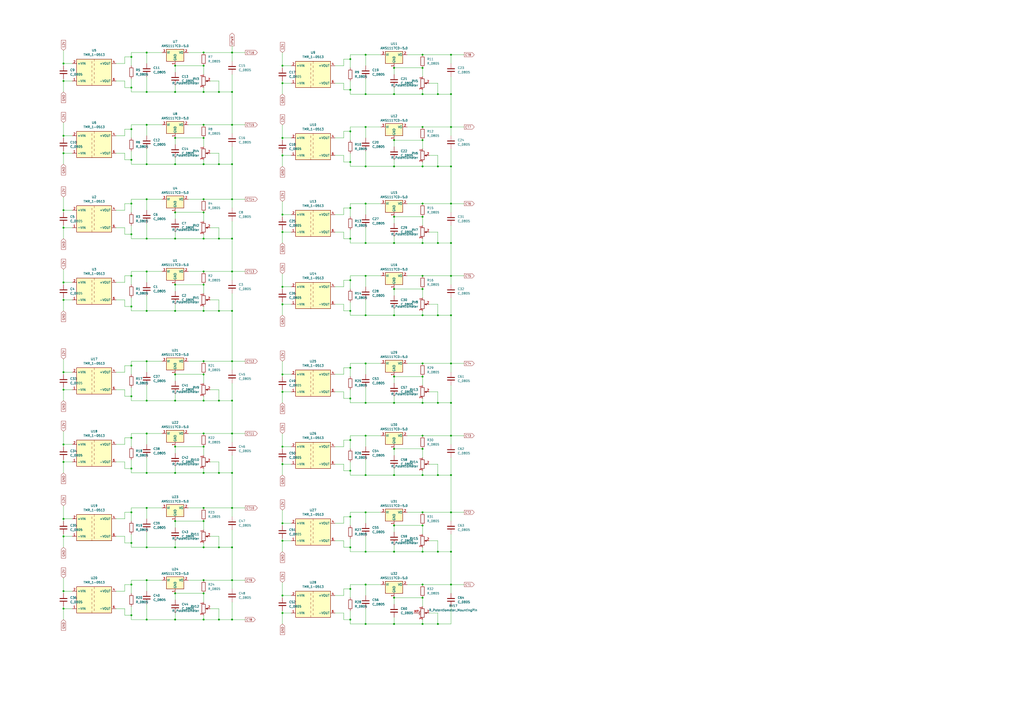
<source format=kicad_sch>
(kicad_sch (version 20230121) (generator eeschema)
  (paper "A2")
  (junction (at 212.09 118.11))
  (junction (at 36.83 215.9))
  (junction (at 245.11 81.28))
  (junction (at 85.09 138.43))
  (junction (at 261.62 297.18))
  (junction (at 212.09 252.73))
  (junction (at 261.62 275.59))
  (junction (at 245.11 125.73))
  (junction (at 118.11 53.34))
  (junction (at 76.2 92.71))
  (junction (at 203.2 231.14))
  (junction (at 101.6 317.5))
  (junction (at 212.09 339.09))
  (junction (at 118.11 115.57))
  (junction (at 101.6 359.41))
  (junction (at 203.2 273.05))
  (junction (at 36.83 132.08))
  (junction (at 203.2 52.07))
  (junction (at 228.6 346.71))
  (junction (at 245.11 275.59))
  (junction (at 212.09 54.61))
  (junction (at 76.2 74.93))
  (junction (at 212.09 160.02))
  (junction (at 261.62 96.52))
  (junction (at 245.11 39.37))
  (junction (at 101.6 217.17))
  (junction (at 245.11 31.75))
  (junction (at 127 317.5))
  (junction (at 212.09 96.52))
  (junction (at 261.62 118.11))
  (junction (at 118.11 123.19))
  (junction (at 134.62 115.57))
  (junction (at 118.11 217.17))
  (junction (at 245.11 361.95))
  (junction (at 245.11 218.44))
  (junction (at 134.62 251.46))
  (junction (at 203.2 213.36))
  (junction (at 163.83 48.26))
  (junction (at 85.09 336.55))
  (junction (at 134.62 30.48))
  (junction (at 163.83 217.17))
  (junction (at 163.83 134.62))
  (junction (at 134.62 359.41))
  (junction (at 127 95.25))
  (junction (at 212.09 140.97))
  (junction (at 203.2 138.43))
  (junction (at 101.6 232.41))
  (junction (at 203.2 120.65))
  (junction (at 228.6 304.8))
  (junction (at 134.62 180.34))
  (junction (at 76.2 254))
  (junction (at 36.83 121.92))
  (junction (at 228.6 140.97))
  (junction (at 163.83 38.1))
  (junction (at 228.6 39.37))
  (junction (at 127 180.34))
  (junction (at 76.2 118.11))
  (junction (at 228.6 275.59))
  (junction (at 76.2 135.89))
  (junction (at 245.11 167.64))
  (junction (at 85.09 251.46))
  (junction (at 85.09 274.32))
  (junction (at 85.09 232.41))
  (junction (at 101.6 138.43))
  (junction (at 36.83 311.15))
  (junction (at 118.11 302.26))
  (junction (at 261.62 160.02))
  (junction (at 203.2 299.72))
  (junction (at 134.62 209.55))
  (junction (at 228.6 182.88))
  (junction (at 203.2 317.5))
  (junction (at 118.11 359.41))
  (junction (at 212.09 210.82))
  (junction (at 203.2 34.29))
  (junction (at 203.2 359.41))
  (junction (at 85.09 209.55))
  (junction (at 254 54.61))
  (junction (at 101.6 53.34))
  (junction (at 76.2 177.8))
  (junction (at 245.11 260.35))
  (junction (at 134.62 95.25))
  (junction (at 163.83 303.53))
  (junction (at 118.11 157.48))
  (junction (at 245.11 320.04))
  (junction (at 212.09 182.88))
  (junction (at 118.11 95.25))
  (junction (at 212.09 320.04))
  (junction (at 163.83 259.08))
  (junction (at 85.09 115.57))
  (junction (at 163.83 355.6))
  (junction (at 101.6 123.19))
  (junction (at 118.11 259.08))
  (junction (at 85.09 72.39))
  (junction (at 212.09 233.68))
  (junction (at 212.09 31.75))
  (junction (at 261.62 140.97))
  (junction (at 36.83 163.83))
  (junction (at 134.62 157.48))
  (junction (at 203.2 180.34))
  (junction (at 163.83 269.24))
  (junction (at 228.6 260.35))
  (junction (at 212.09 73.66))
  (junction (at 101.6 302.26))
  (junction (at 228.6 167.64))
  (junction (at 261.62 182.88))
  (junction (at 127 359.41))
  (junction (at 245.11 339.09))
  (junction (at 36.83 46.99))
  (junction (at 245.11 252.73))
  (junction (at 203.2 341.63))
  (junction (at 228.6 218.44))
  (junction (at 101.6 180.34))
  (junction (at 134.62 317.5))
  (junction (at 76.2 339.09))
  (junction (at 228.6 81.28))
  (junction (at 163.83 176.53))
  (junction (at 163.83 227.33))
  (junction (at 118.11 72.39))
  (junction (at 261.62 320.04))
  (junction (at 118.11 165.1))
  (junction (at 76.2 297.18))
  (junction (at 245.11 297.18))
  (junction (at 118.11 317.5))
  (junction (at 254 96.52))
  (junction (at 245.11 210.82))
  (junction (at 212.09 361.95))
  (junction (at 101.6 344.17))
  (junction (at 127 274.32))
  (junction (at 101.6 165.1))
  (junction (at 245.11 233.68))
  (junction (at 254 275.59))
  (junction (at 85.09 30.48))
  (junction (at 76.2 356.87))
  (junction (at 261.62 339.09))
  (junction (at 245.11 73.66))
  (junction (at 127 138.43))
  (junction (at 261.62 233.68))
  (junction (at 85.09 180.34))
  (junction (at 127 53.34))
  (junction (at 228.6 233.68))
  (junction (at 254 233.68))
  (junction (at 118.11 38.1))
  (junction (at 76.2 212.09))
  (junction (at 203.2 93.98))
  (junction (at 85.09 359.41))
  (junction (at 36.83 173.99))
  (junction (at 203.2 76.2))
  (junction (at 261.62 252.73))
  (junction (at 76.2 229.87))
  (junction (at 245.11 160.02))
  (junction (at 245.11 118.11))
  (junction (at 85.09 95.25))
  (junction (at 228.6 361.95))
  (junction (at 36.83 88.9))
  (junction (at 118.11 344.17))
  (junction (at 163.83 90.17))
  (junction (at 118.11 138.43))
  (junction (at 76.2 33.02))
  (junction (at 163.83 124.46))
  (junction (at 245.11 346.71))
  (junction (at 101.6 80.01))
  (junction (at 163.83 80.01))
  (junction (at 118.11 336.55))
  (junction (at 101.6 95.25))
  (junction (at 36.83 36.83))
  (junction (at 118.11 209.55))
  (junction (at 203.2 255.27))
  (junction (at 203.2 162.56))
  (junction (at 254 320.04))
  (junction (at 36.83 257.81))
  (junction (at 101.6 38.1))
  (junction (at 245.11 304.8))
  (junction (at 76.2 160.02))
  (junction (at 36.83 342.9))
  (junction (at 245.11 96.52))
  (junction (at 163.83 345.44))
  (junction (at 36.83 300.99))
  (junction (at 228.6 54.61))
  (junction (at 118.11 294.64))
  (junction (at 245.11 182.88))
  (junction (at 36.83 226.06))
  (junction (at 228.6 96.52))
  (junction (at 134.62 72.39))
  (junction (at 134.62 232.41))
  (junction (at 118.11 232.41))
  (junction (at 127 232.41))
  (junction (at 36.83 267.97))
  (junction (at 261.62 54.61))
  (junction (at 118.11 274.32))
  (junction (at 212.09 275.59))
  (junction (at 254 361.95))
  (junction (at 254 182.88))
  (junction (at 118.11 251.46))
  (junction (at 245.11 54.61))
  (junction (at 134.62 274.32))
  (junction (at 36.83 78.74))
  (junction (at 212.09 297.18))
  (junction (at 118.11 80.01))
  (junction (at 228.6 125.73))
  (junction (at 245.11 140.97))
  (junction (at 101.6 274.32))
  (junction (at 261.62 73.66))
  (junction (at 101.6 259.08))
  (junction (at 228.6 320.04))
  (junction (at 134.62 294.64))
  (junction (at 76.2 271.78))
  (junction (at 76.2 50.8))
  (junction (at 76.2 314.96))
  (junction (at 85.09 157.48))
  (junction (at 118.11 180.34))
  (junction (at 36.83 353.06))
  (junction (at 118.11 30.48))
  (junction (at 85.09 294.64))
  (junction (at 163.83 166.37))
  (junction (at 254 140.97))
  (junction (at 134.62 53.34))
  (junction (at 134.62 336.55))
  (junction (at 163.83 313.69))
  (junction (at 85.09 317.5))
  (junction (at 85.09 53.34))
  (junction (at 134.62 138.43))
  (junction (at 261.62 210.82))
  (junction (at 261.62 31.75))
  (wire (pts (xy 248.92 134.62) (xy 254 134.62)))
  (wire (pts (xy 118.11 30.48) (xy 134.62 30.48)))
  (wire (pts (xy 76.2 50.8) (xy 76.2 53.34)))
  (wire (pts (xy 76.2 339.09) (xy 76.2 336.55)))
  (wire (pts (xy 76.2 30.48) (xy 85.09 30.48)))
  (wire (pts (xy 163.83 227.33) (xy 163.83 226.06)))
  (wire (pts (xy 85.09 251.46) (xy 93.98 251.46)))
  (wire (pts (xy 199.39 166.37) (xy 199.39 162.56)))
  (wire (pts (xy 134.62 43.18) (xy 134.62 53.34)))
  (wire (pts (xy 194.31 90.17) (xy 199.39 90.17)))
  (wire (pts (xy 121.92 353.06) (xy 127 353.06)))
  (wire (pts (xy 127 311.15) (xy 127 317.5)))
  (wire (pts (xy 199.39 259.08) (xy 199.39 255.27)))
  (wire (pts (xy 212.09 297.18) (xy 220.98 297.18)))
  (wire (pts (xy 67.31 78.74) (xy 72.39 78.74)))
  (wire (pts (xy 85.09 115.57) (xy 85.09 121.92)))
  (wire (pts (xy 199.39 80.01) (xy 199.39 76.2)))
  (wire (pts (xy 199.39 76.2) (xy 203.2 76.2)))
  (wire (pts (xy 85.09 180.34) (xy 101.6 180.34)))
  (wire (pts (xy 203.2 273.05) (xy 203.2 275.59)))
  (wire (pts (xy 228.6 361.95) (xy 245.11 361.95)))
  (wire (pts (xy 163.83 54.61) (xy 163.83 48.26)))
  (wire (pts (xy 36.83 95.25) (xy 36.83 88.9)))
  (wire (pts (xy 76.2 74.93) (xy 76.2 72.39)))
  (wire (pts (xy 203.2 339.09) (xy 212.09 339.09)))
  (wire (pts (xy 36.83 163.83) (xy 41.91 163.83)))
  (wire (pts (xy 76.2 351.79) (xy 76.2 356.87)))
  (wire (pts (xy 85.09 30.48) (xy 85.09 36.83)))
  (wire (pts (xy 203.2 297.18) (xy 212.09 297.18)))
  (wire (pts (xy 118.11 344.17) (xy 118.11 349.25)))
  (wire (pts (xy 118.11 251.46) (xy 134.62 251.46)))
  (wire (pts (xy 245.11 167.64) (xy 228.6 167.64)))
  (wire (pts (xy 67.31 311.15) (xy 72.39 311.15)))
  (wire (pts (xy 199.39 345.44) (xy 199.39 341.63)))
  (wire (pts (xy 236.22 160.02) (xy 245.11 160.02)))
  (wire (pts (xy 194.31 166.37) (xy 199.39 166.37)))
  (wire (pts (xy 134.62 341.63) (xy 134.62 336.55)))
  (wire (pts (xy 261.62 96.52) (xy 261.62 118.11)))
  (wire (pts (xy 127 353.06) (xy 127 359.41)))
  (wire (pts (xy 127 232.41) (xy 134.62 232.41)))
  (wire (pts (xy 134.62 180.34) (xy 134.62 209.55)))
  (wire (pts (xy 109.22 157.48) (xy 118.11 157.48)))
  (wire (pts (xy 199.39 93.98) (xy 203.2 93.98)))
  (wire (pts (xy 245.11 260.35) (xy 228.6 260.35)))
  (wire (pts (xy 36.83 165.1) (xy 36.83 163.83)))
  (wire (pts (xy 85.09 95.25) (xy 101.6 95.25)))
  (wire (pts (xy 212.09 31.75) (xy 212.09 38.1)))
  (wire (pts (xy 134.62 157.48) (xy 142.24 157.48)))
  (wire (pts (xy 127 138.43) (xy 134.62 138.43)))
  (wire (pts (xy 203.2 361.95) (xy 212.09 361.95)))
  (wire (pts (xy 127 46.99) (xy 127 53.34)))
  (wire (pts (xy 127 317.5) (xy 134.62 317.5)))
  (wire (pts (xy 228.6 229.87) (xy 228.6 233.68)))
  (wire (pts (xy 72.39 163.83) (xy 72.39 160.02)))
  (wire (pts (xy 118.11 180.34) (xy 127 180.34)))
  (wire (pts (xy 199.39 38.1) (xy 199.39 34.29)))
  (wire (pts (xy 101.6 123.19) (xy 101.6 127)))
  (wire (pts (xy 163.83 227.33) (xy 168.91 227.33)))
  (wire (pts (xy 76.2 254) (xy 76.2 259.08)))
  (wire (pts (xy 236.22 118.11) (xy 245.11 118.11)))
  (wire (pts (xy 109.22 336.55) (xy 118.11 336.55)))
  (wire (pts (xy 101.6 53.34) (xy 118.11 53.34)))
  (wire (pts (xy 212.09 233.68) (xy 228.6 233.68)))
  (wire (pts (xy 72.39 356.87) (xy 76.2 356.87)))
  (wire (pts (xy 203.2 299.72) (xy 203.2 297.18)))
  (wire (pts (xy 163.83 166.37) (xy 168.91 166.37)))
  (wire (pts (xy 245.11 81.28) (xy 245.11 86.36)))
  (wire (pts (xy 212.09 96.52) (xy 228.6 96.52)))
  (wire (pts (xy 203.2 76.2) (xy 203.2 81.28)))
  (wire (pts (xy 36.83 215.9) (xy 41.91 215.9)))
  (wire (pts (xy 36.83 121.92) (xy 41.91 121.92)))
  (wire (pts (xy 254 233.68) (xy 261.62 233.68)))
  (wire (pts (xy 199.39 355.6) (xy 199.39 359.41)))
  (wire (pts (xy 236.22 73.66) (xy 245.11 73.66)))
  (wire (pts (xy 194.31 227.33) (xy 199.39 227.33)))
  (wire (pts (xy 203.2 73.66) (xy 212.09 73.66)))
  (wire (pts (xy 134.62 128.27) (xy 134.62 138.43)))
  (wire (pts (xy 245.11 118.11) (xy 261.62 118.11)))
  (wire (pts (xy 261.62 210.82) (xy 269.24 210.82)))
  (wire (pts (xy 228.6 358.14) (xy 228.6 361.95)))
  (wire (pts (xy 67.31 173.99) (xy 72.39 173.99)))
  (wire (pts (xy 203.2 255.27) (xy 203.2 252.73)))
  (wire (pts (xy 163.83 124.46) (xy 163.83 116.84)))
  (wire (pts (xy 228.6 137.16) (xy 228.6 140.97)))
  (wire (pts (xy 36.83 311.15) (xy 36.83 309.88)))
  (wire (pts (xy 76.2 314.96) (xy 76.2 317.5)))
  (wire (pts (xy 163.83 39.37) (xy 163.83 38.1)))
  (wire (pts (xy 163.83 96.52) (xy 163.83 90.17)))
  (wire (pts (xy 76.2 271.78) (xy 76.2 274.32)))
  (wire (pts (xy 203.2 354.33) (xy 203.2 359.41)))
  (wire (pts (xy 101.6 259.08) (xy 101.6 262.89)))
  (wire (pts (xy 76.2 251.46) (xy 85.09 251.46)))
  (wire (pts (xy 261.62 302.26) (xy 261.62 297.18)))
  (wire (pts (xy 36.83 88.9) (xy 36.83 87.63)))
  (wire (pts (xy 254 320.04) (xy 261.62 320.04)))
  (wire (pts (xy 212.09 339.09) (xy 220.98 339.09)))
  (wire (pts (xy 203.2 34.29) (xy 203.2 39.37)))
  (wire (pts (xy 245.11 218.44) (xy 228.6 218.44)))
  (wire (pts (xy 85.09 232.41) (xy 101.6 232.41)))
  (wire (pts (xy 121.92 226.06) (xy 127 226.06)))
  (wire (pts (xy 254 140.97) (xy 261.62 140.97)))
  (wire (pts (xy 199.39 120.65) (xy 203.2 120.65)))
  (wire (pts (xy 236.22 31.75) (xy 245.11 31.75)))
  (wire (pts (xy 72.39 173.99) (xy 72.39 177.8)))
  (wire (pts (xy 118.11 53.34) (xy 127 53.34)))
  (wire (pts (xy 67.31 132.08) (xy 72.39 132.08)))
  (wire (pts (xy 67.31 342.9) (xy 72.39 342.9)))
  (wire (pts (xy 163.83 80.01) (xy 163.83 72.39)))
  (wire (pts (xy 118.11 138.43) (xy 127 138.43)))
  (wire (pts (xy 134.62 26.67) (xy 134.62 30.48)))
  (wire (pts (xy 228.6 96.52) (xy 245.11 96.52)))
  (wire (pts (xy 36.83 53.34) (xy 36.83 46.99)))
  (wire (pts (xy 245.11 273.05) (xy 245.11 275.59)))
  (wire (pts (xy 199.39 34.29) (xy 203.2 34.29)))
  (wire (pts (xy 36.83 259.08) (xy 36.83 257.81)))
  (wire (pts (xy 118.11 80.01) (xy 118.11 85.09)))
  (wire (pts (xy 194.31 48.26) (xy 199.39 48.26)))
  (wire (pts (xy 163.83 134.62) (xy 163.83 133.35)))
  (wire (pts (xy 134.62 222.25) (xy 134.62 232.41)))
  (wire (pts (xy 203.2 312.42) (xy 203.2 317.5)))
  (wire (pts (xy 163.83 140.97) (xy 163.83 134.62)))
  (wire (pts (xy 36.83 163.83) (xy 36.83 156.21)))
  (wire (pts (xy 36.83 46.99) (xy 36.83 45.72)))
  (wire (pts (xy 163.83 233.68) (xy 163.83 227.33)))
  (wire (pts (xy 72.39 271.78) (xy 76.2 271.78)))
  (wire (pts (xy 36.83 257.81) (xy 41.91 257.81)))
  (wire (pts (xy 72.39 33.02) (xy 76.2 33.02)))
  (wire (pts (xy 76.2 274.32) (xy 85.09 274.32)))
  (wire (pts (xy 85.09 171.45) (xy 85.09 180.34)))
  (wire (pts (xy 36.83 138.43) (xy 36.83 132.08)))
  (wire (pts (xy 134.62 35.56) (xy 134.62 30.48)))
  (wire (pts (xy 101.6 38.1) (xy 101.6 41.91)))
  (wire (pts (xy 203.2 252.73) (xy 212.09 252.73)))
  (wire (pts (xy 67.31 46.99) (xy 72.39 46.99)))
  (wire (pts (xy 101.6 134.62) (xy 101.6 138.43)))
  (wire (pts (xy 36.83 180.34) (xy 36.83 173.99)))
  (wire (pts (xy 101.6 317.5) (xy 118.11 317.5)))
  (wire (pts (xy 109.22 30.48) (xy 118.11 30.48)))
  (wire (pts (xy 36.83 344.17) (xy 36.83 342.9)))
  (wire (pts (xy 212.09 275.59) (xy 228.6 275.59)))
  (wire (pts (xy 134.62 359.41) (xy 142.24 359.41)))
  (wire (pts (xy 212.09 173.99) (xy 212.09 182.88)))
  (wire (pts (xy 212.09 31.75) (xy 220.98 31.75)))
  (wire (pts (xy 199.39 273.05) (xy 203.2 273.05)))
  (wire (pts (xy 261.62 275.59) (xy 261.62 297.18)))
  (wire (pts (xy 118.11 123.19) (xy 101.6 123.19)))
  (wire (pts (xy 236.22 339.09) (xy 245.11 339.09)))
  (wire (pts (xy 163.83 124.46) (xy 168.91 124.46)))
  (wire (pts (xy 236.22 252.73) (xy 245.11 252.73)))
  (wire (pts (xy 254 48.26) (xy 254 54.61)))
  (wire (pts (xy 228.6 260.35) (xy 228.6 264.16)))
  (wire (pts (xy 101.6 355.6) (xy 101.6 359.41)))
  (wire (pts (xy 245.11 317.5) (xy 245.11 320.04)))
  (wire (pts (xy 228.6 233.68) (xy 245.11 233.68)))
  (wire (pts (xy 67.31 300.99) (xy 72.39 300.99)))
  (wire (pts (xy 212.09 45.72) (xy 212.09 54.61)))
  (wire (pts (xy 67.31 215.9) (xy 72.39 215.9)))
  (wire (pts (xy 118.11 95.25) (xy 127 95.25)))
  (wire (pts (xy 194.31 355.6) (xy 199.39 355.6)))
  (wire (pts (xy 228.6 182.88) (xy 245.11 182.88)))
  (wire (pts (xy 228.6 54.61) (xy 245.11 54.61)))
  (wire (pts (xy 163.83 176.53) (xy 168.91 176.53)))
  (wire (pts (xy 134.62 95.25) (xy 134.62 115.57)))
  (wire (pts (xy 261.62 31.75) (xy 269.24 31.75)))
  (wire (pts (xy 236.22 210.82) (xy 245.11 210.82)))
  (wire (pts (xy 118.11 344.17) (xy 101.6 344.17)))
  (wire (pts (xy 109.22 251.46) (xy 118.11 251.46)))
  (wire (pts (xy 261.62 140.97) (xy 261.62 160.02)))
  (wire (pts (xy 245.11 346.71) (xy 228.6 346.71)))
  (wire (pts (xy 72.39 121.92) (xy 72.39 118.11)))
  (wire (pts (xy 72.39 339.09) (xy 76.2 339.09)))
  (wire (pts (xy 228.6 218.44) (xy 228.6 222.25)))
  (wire (pts (xy 127 359.41) (xy 134.62 359.41)))
  (wire (pts (xy 67.31 88.9) (xy 72.39 88.9)))
  (wire (pts (xy 72.39 212.09) (xy 76.2 212.09)))
  (wire (pts (xy 101.6 344.17) (xy 101.6 347.98)))
  (wire (pts (xy 245.11 125.73) (xy 245.11 130.81)))
  (wire (pts (xy 134.62 299.72) (xy 134.62 294.64)))
  (wire (pts (xy 118.11 259.08) (xy 118.11 264.16)))
  (wire (pts (xy 118.11 38.1) (xy 101.6 38.1)))
  (wire (pts (xy 36.83 317.5) (xy 36.83 311.15)))
  (wire (pts (xy 248.92 355.6) (xy 254 355.6)))
  (wire (pts (xy 118.11 165.1) (xy 118.11 170.18)))
  (wire (pts (xy 261.62 320.04) (xy 261.62 339.09)))
  (wire (pts (xy 163.83 134.62) (xy 168.91 134.62)))
  (wire (pts (xy 245.11 96.52) (xy 254 96.52)))
  (wire (pts (xy 118.11 135.89) (xy 118.11 138.43)))
  (wire (pts (xy 261.62 265.43) (xy 261.62 275.59)))
  (wire (pts (xy 134.62 214.63) (xy 134.62 209.55)))
  (wire (pts (xy 127 53.34) (xy 134.62 53.34)))
  (wire (pts (xy 203.2 233.68) (xy 212.09 233.68)))
  (wire (pts (xy 248.92 176.53) (xy 254 176.53)))
  (wire (pts (xy 212.09 182.88) (xy 228.6 182.88)))
  (wire (pts (xy 203.2 255.27) (xy 203.2 260.35)))
  (wire (pts (xy 36.83 300.99) (xy 41.91 300.99)))
  (wire (pts (xy 85.09 223.52) (xy 85.09 232.41)))
  (wire (pts (xy 203.2 162.56) (xy 203.2 160.02)))
  (wire (pts (xy 134.62 170.18) (xy 134.62 180.34)))
  (wire (pts (xy 163.83 176.53) (xy 163.83 175.26)))
  (wire (pts (xy 254 361.95) (xy 261.62 361.95)))
  (wire (pts (xy 101.6 217.17) (xy 101.6 220.98)))
  (wire (pts (xy 212.09 73.66) (xy 212.09 80.01)))
  (wire (pts (xy 85.09 157.48) (xy 85.09 163.83)))
  (wire (pts (xy 118.11 359.41) (xy 127 359.41)))
  (wire (pts (xy 203.2 359.41) (xy 203.2 361.95)))
  (wire (pts (xy 245.11 138.43) (xy 245.11 140.97)))
  (wire (pts (xy 72.39 300.99) (xy 72.39 297.18)))
  (wire (pts (xy 212.09 87.63) (xy 212.09 96.52)))
  (wire (pts (xy 245.11 231.14) (xy 245.11 233.68)))
  (wire (pts (xy 118.11 356.87) (xy 118.11 359.41)))
  (wire (pts (xy 163.83 303.53) (xy 163.83 295.91)))
  (wire (pts (xy 85.09 209.55) (xy 85.09 215.9)))
  (wire (pts (xy 245.11 140.97) (xy 254 140.97)))
  (wire (pts (xy 248.92 90.17) (xy 254 90.17)))
  (wire (pts (xy 76.2 177.8) (xy 76.2 180.34)))
  (wire (pts (xy 163.83 90.17) (xy 168.91 90.17)))
  (wire (pts (xy 118.11 259.08) (xy 101.6 259.08)))
  (wire (pts (xy 76.2 135.89) (xy 76.2 138.43)))
  (wire (pts (xy 85.09 336.55) (xy 93.98 336.55)))
  (wire (pts (xy 212.09 210.82) (xy 212.09 217.17)))
  (wire (pts (xy 85.09 157.48) (xy 93.98 157.48)))
  (wire (pts (xy 203.2 96.52) (xy 212.09 96.52)))
  (wire (pts (xy 134.62 115.57) (xy 142.24 115.57)))
  (wire (pts (xy 85.09 72.39) (xy 93.98 72.39)))
  (wire (pts (xy 85.09 138.43) (xy 101.6 138.43)))
  (wire (pts (xy 118.11 271.78) (xy 118.11 274.32)))
  (wire (pts (xy 118.11 72.39) (xy 134.62 72.39)))
  (wire (pts (xy 203.2 317.5) (xy 203.2 320.04)))
  (wire (pts (xy 76.2 115.57) (xy 85.09 115.57)))
  (wire (pts (xy 118.11 165.1) (xy 101.6 165.1)))
  (wire (pts (xy 85.09 72.39) (xy 85.09 78.74)))
  (wire (pts (xy 228.6 125.73) (xy 228.6 129.54)))
  (wire (pts (xy 199.39 359.41) (xy 203.2 359.41)))
  (wire (pts (xy 76.2 229.87) (xy 76.2 232.41)))
  (wire (pts (xy 76.2 359.41) (xy 85.09 359.41)))
  (wire (pts (xy 199.39 48.26) (xy 199.39 52.07)))
  (wire (pts (xy 85.09 350.52) (xy 85.09 359.41)))
  (wire (pts (xy 36.83 173.99) (xy 36.83 172.72)))
  (wire (pts (xy 76.2 339.09) (xy 76.2 344.17)))
  (wire (pts (xy 85.09 265.43) (xy 85.09 274.32)))
  (wire (pts (xy 36.83 132.08) (xy 41.91 132.08)))
  (wire (pts (xy 134.62 85.09) (xy 134.62 95.25)))
  (wire (pts (xy 72.39 311.15) (xy 72.39 314.96)))
  (wire (pts (xy 203.2 180.34) (xy 203.2 182.88)))
  (wire (pts (xy 72.39 135.89) (xy 76.2 135.89)))
  (wire (pts (xy 72.39 88.9) (xy 72.39 92.71)))
  (wire (pts (xy 199.39 227.33) (xy 199.39 231.14)))
  (wire (pts (xy 163.83 275.59) (xy 163.83 269.24)))
  (wire (pts (xy 76.2 45.72) (xy 76.2 50.8)))
  (wire (pts (xy 134.62 307.34) (xy 134.62 317.5)))
  (wire (pts (xy 36.83 36.83) (xy 41.91 36.83)))
  (wire (pts (xy 101.6 359.41) (xy 118.11 359.41)))
  (wire (pts (xy 203.2 31.75) (xy 212.09 31.75)))
  (wire (pts (xy 261.62 165.1) (xy 261.62 160.02)))
  (wire (pts (xy 72.39 215.9) (xy 72.39 212.09)))
  (wire (pts (xy 101.6 270.51) (xy 101.6 274.32)))
  (wire (pts (xy 212.09 118.11) (xy 212.09 124.46)))
  (wire (pts (xy 245.11 361.95) (xy 254 361.95)))
  (wire (pts (xy 36.83 302.26) (xy 36.83 300.99)))
  (wire (pts (xy 199.39 231.14) (xy 203.2 231.14)))
  (wire (pts (xy 101.6 180.34) (xy 118.11 180.34)))
  (wire (pts (xy 72.39 257.81) (xy 72.39 254)))
  (wire (pts (xy 203.2 320.04) (xy 212.09 320.04)))
  (wire (pts (xy 36.83 121.92) (xy 36.83 114.3)))
  (wire (pts (xy 127 226.06) (xy 127 232.41)))
  (wire (pts (xy 36.83 88.9) (xy 41.91 88.9)))
  (wire (pts (xy 76.2 138.43) (xy 85.09 138.43)))
  (wire (pts (xy 254 96.52) (xy 261.62 96.52)))
  (wire (pts (xy 134.62 251.46) (xy 142.24 251.46)))
  (wire (pts (xy 163.83 80.01) (xy 168.91 80.01)))
  (wire (pts (xy 134.62 77.47) (xy 134.62 72.39)))
  (wire (pts (xy 101.6 91.44) (xy 101.6 95.25)))
  (wire (pts (xy 134.62 274.32) (xy 134.62 294.64)))
  (wire (pts (xy 203.2 267.97) (xy 203.2 273.05)))
  (wire (pts (xy 228.6 271.78) (xy 228.6 275.59)))
  (wire (pts (xy 76.2 297.18) (xy 76.2 302.26)))
  (wire (pts (xy 134.62 162.56) (xy 134.62 157.48)))
  (wire (pts (xy 72.39 92.71) (xy 76.2 92.71)))
  (wire (pts (xy 203.2 54.61) (xy 212.09 54.61)))
  (wire (pts (xy 85.09 53.34) (xy 101.6 53.34)))
  (wire (pts (xy 212.09 252.73) (xy 212.09 259.08)))
  (wire (pts (xy 76.2 130.81) (xy 76.2 135.89)))
  (wire (pts (xy 203.2 93.98) (xy 203.2 96.52)))
  (wire (pts (xy 76.2 212.09) (xy 76.2 209.55)))
  (wire (pts (xy 163.83 182.88) (xy 163.83 176.53)))
  (wire (pts (xy 261.62 182.88) (xy 261.62 210.82)))
  (wire (pts (xy 163.83 217.17) (xy 168.91 217.17)))
  (wire (pts (xy 212.09 73.66) (xy 220.98 73.66)))
  (wire (pts (xy 121.92 132.08) (xy 127 132.08)))
  (wire (pts (xy 67.31 257.81) (xy 72.39 257.81)))
  (wire (pts (xy 85.09 251.46) (xy 85.09 257.81)))
  (wire (pts (xy 36.83 311.15) (xy 41.91 311.15)))
  (wire (pts (xy 212.09 297.18) (xy 212.09 303.53)))
  (wire (pts (xy 203.2 210.82) (xy 212.09 210.82)))
  (wire (pts (xy 163.83 260.35) (xy 163.83 259.08)))
  (wire (pts (xy 118.11 123.19) (xy 118.11 128.27)))
  (wire (pts (xy 212.09 361.95) (xy 228.6 361.95)))
  (wire (pts (xy 261.62 351.79) (xy 261.62 361.95)))
  (wire (pts (xy 134.62 294.64) (xy 142.24 294.64)))
  (wire (pts (xy 203.2 76.2) (xy 203.2 73.66)))
  (wire (pts (xy 254 227.33) (xy 254 233.68)))
  (wire (pts (xy 212.09 320.04) (xy 228.6 320.04)))
  (wire (pts (xy 203.2 120.65) (xy 203.2 118.11)))
  (wire (pts (xy 76.2 266.7) (xy 76.2 271.78)))
  (wire (pts (xy 261.62 36.83) (xy 261.62 31.75)))
  (wire (pts (xy 72.39 177.8) (xy 76.2 177.8)))
  (wire (pts (xy 72.39 226.06) (xy 72.39 229.87)))
  (wire (pts (xy 118.11 302.26) (xy 118.11 307.34)))
  (wire (pts (xy 121.92 267.97) (xy 127 267.97)))
  (wire (pts (xy 261.62 130.81) (xy 261.62 140.97)))
  (wire (pts (xy 245.11 297.18) (xy 261.62 297.18)))
  (wire (pts (xy 76.2 72.39) (xy 85.09 72.39)))
  (wire (pts (xy 212.09 160.02) (xy 212.09 166.37)))
  (wire (pts (xy 134.62 317.5) (xy 134.62 336.55)))
  (wire (pts (xy 118.11 80.01) (xy 101.6 80.01)))
  (wire (pts (xy 261.62 78.74) (xy 261.62 73.66)))
  (wire (pts (xy 121.92 88.9) (xy 127 88.9)))
  (wire (pts (xy 163.83 303.53) (xy 168.91 303.53)))
  (wire (pts (xy 118.11 317.5) (xy 127 317.5)))
  (wire (pts (xy 36.83 274.32) (xy 36.83 267.97)))
  (wire (pts (xy 163.83 361.95) (xy 163.83 355.6)))
  (wire (pts (xy 261.62 252.73) (xy 269.24 252.73)))
  (wire (pts (xy 199.39 303.53) (xy 199.39 299.72)))
  (wire (pts (xy 36.83 232.41) (xy 36.83 226.06)))
  (wire (pts (xy 36.83 215.9) (xy 36.83 208.28)))
  (wire (pts (xy 36.83 342.9) (xy 41.91 342.9)))
  (wire (pts (xy 199.39 217.17) (xy 199.39 213.36)))
  (wire (pts (xy 76.2 294.64) (xy 85.09 294.64)))
  (wire (pts (xy 212.09 132.08) (xy 212.09 140.97)))
  (wire (pts (xy 76.2 297.18) (xy 76.2 294.64)))
  (wire (pts (xy 203.2 213.36) (xy 203.2 218.44)))
  (wire (pts (xy 118.11 302.26) (xy 101.6 302.26)))
  (wire (pts (xy 134.62 349.25) (xy 134.62 359.41)))
  (wire (pts (xy 121.92 46.99) (xy 127 46.99)))
  (wire (pts (xy 36.83 226.06) (xy 36.83 224.79)))
  (wire (pts (xy 245.11 52.07) (xy 245.11 54.61)))
  (wire (pts (xy 199.39 52.07) (xy 203.2 52.07)))
  (wire (pts (xy 76.2 254) (xy 76.2 251.46)))
  (wire (pts (xy 203.2 120.65) (xy 203.2 125.73)))
  (wire (pts (xy 228.6 179.07) (xy 228.6 182.88)))
  (wire (pts (xy 134.62 120.65) (xy 134.62 115.57)))
  (wire (pts (xy 245.11 160.02) (xy 261.62 160.02)))
  (wire (pts (xy 194.31 217.17) (xy 199.39 217.17)))
  (wire (pts (xy 203.2 118.11) (xy 212.09 118.11)))
  (wire (pts (xy 85.09 336.55) (xy 85.09 342.9)))
  (wire (pts (xy 163.83 166.37) (xy 163.83 158.75)))
  (wire (pts (xy 203.2 341.63) (xy 203.2 339.09)))
  (wire (pts (xy 203.2 138.43) (xy 203.2 140.97)))
  (wire (pts (xy 36.83 132.08) (xy 36.83 130.81)))
  (wire (pts (xy 163.83 320.04) (xy 163.83 313.69)))
  (wire (pts (xy 85.09 86.36) (xy 85.09 95.25)))
  (wire (pts (xy 67.31 163.83) (xy 72.39 163.83)))
  (wire (pts (xy 228.6 167.64) (xy 228.6 171.45)))
  (wire (pts (xy 163.83 90.17) (xy 163.83 88.9)))
  (wire (pts (xy 76.2 160.02) (xy 76.2 165.1)))
  (wire (pts (xy 36.83 46.99) (xy 41.91 46.99)))
  (wire (pts (xy 199.39 134.62) (xy 199.39 138.43)))
  (wire (pts (xy 76.2 74.93) (xy 76.2 80.01)))
  (wire (pts (xy 245.11 252.73) (xy 261.62 252.73)))
  (wire (pts (xy 67.31 226.06) (xy 72.39 226.06)))
  (wire (pts (xy 85.09 308.61) (xy 85.09 317.5)))
  (wire (pts (xy 254 269.24) (xy 254 275.59)))
  (wire (pts (xy 36.83 353.06) (xy 36.83 351.79)))
  (wire (pts (xy 203.2 226.06) (xy 203.2 231.14)))
  (wire (pts (xy 254 275.59) (xy 261.62 275.59)))
  (wire (pts (xy 101.6 228.6) (xy 101.6 232.41)))
  (wire (pts (xy 203.2 34.29) (xy 203.2 31.75)))
  (wire (pts (xy 36.83 217.17) (xy 36.83 215.9)))
  (wire (pts (xy 245.11 167.64) (xy 245.11 172.72)))
  (wire (pts (xy 76.2 95.25) (xy 85.09 95.25)))
  (wire (pts (xy 245.11 73.66) (xy 261.62 73.66)))
  (wire (pts (xy 212.09 266.7) (xy 212.09 275.59)))
  (wire (pts (xy 245.11 233.68) (xy 254 233.68)))
  (wire (pts (xy 163.83 38.1) (xy 168.91 38.1)))
  (wire (pts (xy 228.6 92.71) (xy 228.6 96.52)))
  (wire (pts (xy 248.92 269.24) (xy 254 269.24)))
  (wire (pts (xy 163.83 304.8) (xy 163.83 303.53)))
  (wire (pts (xy 72.39 267.97) (xy 72.39 271.78)))
  (wire (pts (xy 203.2 162.56) (xy 203.2 167.64)))
  (wire (pts (xy 127 180.34) (xy 134.62 180.34)))
  (wire (pts (xy 85.09 129.54) (xy 85.09 138.43)))
  (wire (pts (xy 36.83 257.81) (xy 36.83 250.19)))
  (wire (pts (xy 203.2 213.36) (xy 203.2 210.82)))
  (wire (pts (xy 261.62 172.72) (xy 261.62 182.88)))
  (wire (pts (xy 118.11 38.1) (xy 118.11 43.18)))
  (wire (pts (xy 254 355.6) (xy 254 361.95)))
  (wire (pts (xy 101.6 176.53) (xy 101.6 180.34)))
  (wire (pts (xy 134.62 138.43) (xy 134.62 157.48)))
  (wire (pts (xy 118.11 336.55) (xy 134.62 336.55)))
  (wire (pts (xy 36.83 267.97) (xy 41.91 267.97)))
  (wire (pts (xy 261.62 160.02) (xy 269.24 160.02)))
  (wire (pts (xy 212.09 210.82) (xy 220.98 210.82)))
  (wire (pts (xy 134.62 256.54) (xy 134.62 251.46)))
  (wire (pts (xy 76.2 224.79) (xy 76.2 229.87)))
  (wire (pts (xy 261.62 339.09) (xy 269.24 339.09)))
  (wire (pts (xy 118.11 274.32) (xy 127 274.32)))
  (wire (pts (xy 261.62 54.61) (xy 261.62 73.66)))
  (wire (pts (xy 36.83 123.19) (xy 36.83 121.92)))
  (wire (pts (xy 163.83 218.44) (xy 163.83 217.17)))
  (wire (pts (xy 203.2 299.72) (xy 203.2 304.8)))
  (wire (pts (xy 245.11 304.8) (xy 245.11 309.88)))
  (wire (pts (xy 134.62 72.39) (xy 142.24 72.39)))
  (wire (pts (xy 163.83 313.69) (xy 168.91 313.69)))
  (wire (pts (xy 199.39 313.69) (xy 199.39 317.5)))
  (wire (pts (xy 118.11 232.41) (xy 127 232.41)))
  (wire (pts (xy 118.11 177.8) (xy 118.11 180.34)))
  (wire (pts (xy 261.62 223.52) (xy 261.62 233.68)))
  (wire (pts (xy 36.83 80.01) (xy 36.83 78.74)))
  (wire (pts (xy 194.31 269.24) (xy 199.39 269.24)))
  (wire (pts (xy 212.09 339.09) (xy 212.09 345.44)))
  (wire (pts (xy 118.11 209.55) (xy 134.62 209.55)))
  (wire (pts (xy 248.92 48.26) (xy 254 48.26)))
  (wire (pts (xy 194.31 80.01) (xy 199.39 80.01)))
  (wire (pts (xy 194.31 124.46) (xy 199.39 124.46)))
  (wire (pts (xy 134.62 336.55) (xy 142.24 336.55)))
  (wire (pts (xy 67.31 36.83) (xy 72.39 36.83)))
  (wire (pts (xy 72.39 254) (xy 76.2 254)))
  (wire (pts (xy 261.62 118.11) (xy 269.24 118.11)))
  (wire (pts (xy 261.62 123.19) (xy 261.62 118.11)))
  (wire (pts (xy 199.39 341.63) (xy 203.2 341.63)))
  (wire (pts (xy 76.2 317.5) (xy 85.09 317.5)))
  (wire (pts (xy 76.2 356.87) (xy 76.2 359.41)))
  (wire (pts (xy 245.11 304.8) (xy 228.6 304.8)))
  (wire (pts (xy 203.2 275.59) (xy 212.09 275.59)))
  (wire (pts (xy 194.31 134.62) (xy 199.39 134.62)))
  (wire (pts (xy 72.39 118.11) (xy 76.2 118.11)))
  (wire (pts (xy 67.31 121.92) (xy 72.39 121.92)))
  (wire (pts (xy 261.62 73.66) (xy 269.24 73.66)))
  (wire (pts (xy 254 176.53) (xy 254 182.88)))
  (wire (pts (xy 76.2 118.11) (xy 76.2 123.19)))
  (wire (pts (xy 203.2 175.26) (xy 203.2 180.34)))
  (wire (pts (xy 76.2 118.11) (xy 76.2 115.57)))
  (wire (pts (xy 76.2 209.55) (xy 85.09 209.55)))
  (wire (pts (xy 85.09 294.64) (xy 93.98 294.64)))
  (wire (pts (xy 109.22 115.57) (xy 118.11 115.57)))
  (wire (pts (xy 72.39 297.18) (xy 76.2 297.18)))
  (wire (pts (xy 203.2 341.63) (xy 203.2 346.71)))
  (wire (pts (xy 76.2 212.09) (xy 76.2 217.17)))
  (wire (pts (xy 261.62 86.36) (xy 261.62 96.52)))
  (wire (pts (xy 194.31 303.53) (xy 199.39 303.53)))
  (wire (pts (xy 85.09 115.57) (xy 93.98 115.57)))
  (wire (pts (xy 203.2 46.99) (xy 203.2 52.07)))
  (wire (pts (xy 199.39 90.17) (xy 199.39 93.98)))
  (wire (pts (xy 72.39 50.8) (xy 76.2 50.8)))
  (wire (pts (xy 101.6 232.41) (xy 118.11 232.41)))
  (wire (pts (xy 76.2 33.02) (xy 76.2 30.48)))
  (wire (pts (xy 101.6 138.43) (xy 118.11 138.43)))
  (wire (pts (xy 254 182.88) (xy 261.62 182.88)))
  (wire (pts (xy 228.6 316.23) (xy 228.6 320.04)))
  (wire (pts (xy 254 54.61) (xy 261.62 54.61)))
  (wire (pts (xy 254 313.69) (xy 254 320.04)))
  (wire (pts (xy 163.83 269.24) (xy 163.83 267.97)))
  (wire (pts (xy 203.2 133.35) (xy 203.2 138.43)))
  (wire (pts (xy 248.92 227.33) (xy 254 227.33)))
  (wire (pts (xy 261.62 309.88) (xy 261.62 320.04)))
  (wire (pts (xy 72.39 229.87) (xy 76.2 229.87)))
  (wire (pts (xy 36.83 267.97) (xy 36.83 266.7)))
  (wire (pts (xy 248.92 313.69) (xy 254 313.69)))
  (wire (pts (xy 245.11 81.28) (xy 228.6 81.28)))
  (wire (pts (xy 134.62 53.34) (xy 134.62 72.39)))
  (wire (pts (xy 36.83 353.06) (xy 41.91 353.06)))
  (wire (pts (xy 85.09 317.5) (xy 101.6 317.5)))
  (wire (pts (xy 199.39 124.46) (xy 199.39 120.65)))
  (wire (pts (xy 118.11 229.87) (xy 118.11 232.41)))
  (wire (pts (xy 127 132.08) (xy 127 138.43)))
  (wire (pts (xy 101.6 80.01) (xy 101.6 83.82)))
  (wire (pts (xy 261.62 257.81) (xy 261.62 252.73)))
  (wire (pts (xy 212.09 160.02) (xy 220.98 160.02)))
  (wire (pts (xy 163.83 269.24) (xy 168.91 269.24)))
  (wire (pts (xy 118.11 115.57) (xy 134.62 115.57)))
  (wire (pts (xy 163.83 346.71) (xy 163.83 345.44)))
  (wire (pts (xy 127 274.32) (xy 134.62 274.32)))
  (wire (pts (xy 163.83 313.69) (xy 163.83 312.42)))
  (wire (pts (xy 245.11 31.75) (xy 261.62 31.75)))
  (wire (pts (xy 212.09 252.73) (xy 220.98 252.73)))
  (wire (pts (xy 245.11 93.98) (xy 245.11 96.52)))
  (wire (pts (xy 127 88.9) (xy 127 95.25)))
  (wire (pts (xy 254 90.17) (xy 254 96.52)))
  (wire (pts (xy 245.11 346.71) (xy 245.11 351.79)))
  (wire (pts (xy 85.09 44.45) (xy 85.09 53.34)))
  (wire (pts (xy 199.39 317.5) (xy 203.2 317.5)))
  (wire (pts (xy 245.11 182.88) (xy 254 182.88)))
  (wire (pts (xy 76.2 157.48) (xy 85.09 157.48)))
  (wire (pts (xy 36.83 300.99) (xy 36.83 293.37)))
  (wire (pts (xy 199.39 269.24) (xy 199.39 273.05)))
  (wire (pts (xy 203.2 182.88) (xy 212.09 182.88)))
  (wire (pts (xy 72.39 353.06) (xy 72.39 356.87)))
  (wire (pts (xy 36.83 342.9) (xy 36.83 335.28)))
  (wire (pts (xy 245.11 260.35) (xy 245.11 265.43)))
  (wire (pts (xy 134.62 30.48) (xy 142.24 30.48)))
  (wire (pts (xy 236.22 297.18) (xy 245.11 297.18)))
  (wire (pts (xy 163.83 125.73) (xy 163.83 124.46)))
  (wire (pts (xy 199.39 176.53) (xy 199.39 180.34)))
  (wire (pts (xy 199.39 180.34) (xy 203.2 180.34)))
  (wire (pts (xy 76.2 87.63) (xy 76.2 92.71)))
  (wire (pts (xy 245.11 210.82) (xy 261.62 210.82)))
  (wire (pts (xy 127 173.99) (xy 127 180.34)))
  (wire (pts (xy 199.39 213.36) (xy 203.2 213.36)))
  (wire (pts (xy 36.83 38.1) (xy 36.83 36.83)))
  (wire (pts (xy 36.83 359.41) (xy 36.83 353.06)))
  (wire (pts (xy 212.09 311.15) (xy 212.09 320.04)))
  (wire (pts (xy 212.09 54.61) (xy 228.6 54.61)))
  (wire (pts (xy 228.6 275.59) (xy 245.11 275.59)))
  (wire (pts (xy 212.09 353.06) (xy 212.09 361.95)))
  (wire (pts (xy 76.2 33.02) (xy 76.2 38.1)))
  (wire (pts (xy 203.2 52.07) (xy 203.2 54.61)))
  (wire (pts (xy 254 134.62) (xy 254 140.97)))
  (wire (pts (xy 101.6 313.69) (xy 101.6 317.5)))
  (wire (pts (xy 67.31 353.06) (xy 72.39 353.06)))
  (wire (pts (xy 261.62 44.45) (xy 261.62 54.61)))
  (wire (pts (xy 203.2 231.14) (xy 203.2 233.68)))
  (wire (pts (xy 134.62 232.41) (xy 134.62 251.46)))
  (wire (pts (xy 121.92 311.15) (xy 127 311.15)))
  (wire (pts (xy 245.11 320.04) (xy 254 320.04)))
  (wire (pts (xy 36.83 78.74) (xy 41.91 78.74)))
  (wire (pts (xy 194.31 313.69) (xy 199.39 313.69)))
  (wire (pts (xy 72.39 74.93) (xy 76.2 74.93)))
  (wire (pts (xy 261.62 233.68) (xy 261.62 252.73)))
  (wire (pts (xy 127 95.25) (xy 134.62 95.25)))
  (wire (pts (xy 76.2 309.88) (xy 76.2 314.96)))
  (wire (pts (xy 134.62 264.16) (xy 134.62 274.32)))
  (wire (pts (xy 245.11 218.44) (xy 245.11 223.52)))
  (wire (pts (xy 163.83 167.64) (xy 163.83 166.37)))
  (wire (pts (xy 85.09 209.55) (xy 93.98 209.55)))
  (wire (pts (xy 76.2 160.02) (xy 76.2 157.48)))
  (wire (pts (xy 67.31 267.97) (xy 72.39 267.97)))
  (wire (pts (xy 163.83 48.26) (xy 168.91 48.26)))
  (wire (pts (xy 101.6 165.1) (xy 101.6 168.91)))
  (wire (pts (xy 109.22 209.55) (xy 118.11 209.55)))
  (wire (pts (xy 228.6 320.04) (xy 245.11 320.04)))
  (wire (pts (xy 76.2 232.41) (xy 85.09 232.41)))
  (wire (pts (xy 194.31 259.08) (xy 199.39 259.08)))
  (wire (pts (xy 199.39 299.72) (xy 203.2 299.72)))
  (wire (pts (xy 118.11 217.17) (xy 118.11 222.25)))
  (wire (pts (xy 245.11 54.61) (xy 254 54.61)))
  (wire (pts (xy 72.39 78.74) (xy 72.39 74.93)))
  (wire (pts (xy 118.11 92.71) (xy 118.11 95.25)))
  (wire (pts (xy 76.2 53.34) (xy 85.09 53.34)))
  (wire (pts (xy 212.09 118.11) (xy 220.98 118.11)))
  (wire (pts (xy 212.09 140.97) (xy 228.6 140.97)))
  (wire (pts (xy 261.62 297.18) (xy 269.24 297.18)))
  (wire (pts (xy 76.2 172.72) (xy 76.2 177.8)))
  (wire (pts (xy 194.31 176.53) (xy 199.39 176.53)))
  (wire (pts (xy 101.6 302.26) (xy 101.6 306.07)))
  (wire (pts (xy 245.11 339.09) (xy 261.62 339.09)))
  (wire (pts (xy 245.11 275.59) (xy 254 275.59)))
  (wire (pts (xy 101.6 49.53) (xy 101.6 53.34)))
  (wire (pts (xy 76.2 336.55) (xy 85.09 336.55)))
  (wire (pts (xy 134.62 209.55) (xy 142.24 209.55)))
  (wire (pts (xy 118.11 157.48) (xy 134.62 157.48)))
  (wire (pts (xy 118.11 314.96) (xy 118.11 317.5)))
  (wire (pts (xy 261.62 344.17) (xy 261.62 339.09)))
  (wire (pts (xy 72.39 46.99) (xy 72.39 50.8)))
  (wire (pts (xy 212.09 224.79) (xy 212.09 233.68)))
  (wire (pts (xy 127 267.97) (xy 127 274.32)))
  (wire (pts (xy 194.31 345.44) (xy 199.39 345.44)))
  (wire (pts (xy 85.09 359.41) (xy 101.6 359.41)))
  (wire (pts (xy 194.31 38.1) (xy 199.39 38.1)))
  (wire (pts (xy 85.09 274.32) (xy 101.6 274.32)))
  (wire (pts (xy 109.22 72.39) (xy 118.11 72.39)))
  (wire (pts (xy 72.39 36.83) (xy 72.39 33.02)))
  (wire (pts (xy 199.39 138.43) (xy 203.2 138.43)))
  (wire (pts (xy 36.83 78.74) (xy 36.83 71.12)))
  (wire (pts (xy 109.22 294.64) (xy 118.11 294.64)))
  (wire (pts (xy 36.83 226.06) (xy 41.91 226.06)))
  (wire (pts (xy 118.11 217.17) (xy 101.6 217.17)))
  (wire (pts (xy 163.83 81.28) (xy 163.83 80.01)))
  (wire (pts (xy 228.6 140.97) (xy 245.11 140.97)))
  (wire (pts (xy 163.83 355.6) (xy 163.83 354.33)))
  (wire (pts (xy 76.2 180.34) (xy 85.09 180.34)))
  (wire (pts (xy 76.2 92.71) (xy 76.2 95.25)))
  (wire (pts (xy 72.39 314.96) (xy 76.2 314.96)))
  (wire (pts (xy 101.6 274.32) (xy 118.11 274.32)))
  (wire (pts (xy 72.39 342.9) (xy 72.39 339.09)))
  (wire (pts (xy 163.83 345.44) (xy 168.91 345.44)))
  (wire (pts (xy 203.2 88.9) (xy 203.2 93.98)))
  (wire (pts (xy 163.83 259.08) (xy 168.91 259.08)))
  (wire (pts (xy 228.6 39.37) (xy 228.6 43.18)))
  (wire (pts (xy 118.11 50.8) (xy 118.11 53.34)))
  (wire (pts (xy 203.2 140.97) (xy 212.09 140.97)))
  (wire (pts (xy 199.39 255.27) (xy 203.2 255.27)))
  (wire (pts (xy 163.83 48.26) (xy 163.83 46.99)))
  (wire (pts (xy 245.11 125.73) (xy 228.6 125.73)))
  (wire (pts (xy 228.6 50.8) (xy 228.6 54.61)))
  (wire (pts (xy 228.6 304.8) (xy 228.6 308.61)))
  (wire (pts (xy 163.83 38.1) (xy 163.83 30.48)))
  (wire (pts (xy 163.83 259.08) (xy 163.83 251.46)))
  (wire (pts (xy 72.39 132.08) (xy 72.39 135.89)))
  (wire (pts (xy 261.62 215.9) (xy 261.62 210.82)))
  (wire (pts (xy 245.11 39.37) (xy 245.11 44.45)))
  (wire (pts (xy 163.83 217.17) (xy 163.83 209.55)))
  (wire (pts (xy 118.11 294.64) (xy 134.62 294.64)))
  (wire (pts (xy 199.39 162.56) (xy 203.2 162.56)))
  (wire (pts (xy 228.6 346.71) (xy 228.6 350.52)))
  (wire (pts (xy 203.2 160.02) (xy 212.09 160.02)))
  (wire (pts (xy 245.11 39.37) (xy 228.6 39.37)))
  (wire (pts (xy 121.92 173.99) (xy 127 173.99)))
  (wire (pts (xy 72.39 160.02) (xy 76.2 160.02)))
  (wire (pts (xy 163.83 345.44) (xy 163.83 337.82)))
  (wire (pts (xy 163.83 355.6) (xy 168.91 355.6)))
  (wire (pts (xy 36.83 36.83) (xy 36.83 29.21)))
  (wire (pts (xy 101.6 95.25) (xy 118.11 95.25)))
  (wire (pts (xy 85.09 294.64) (xy 85.09 300.99)))
  (wire (pts (xy 245.11 180.34) (xy 245.11 182.88)))
  (wire (pts (xy 245.11 359.41) (xy 245.11 361.95)))
  (wire (pts (xy 228.6 81.28) (xy 228.6 85.09)))
  (wire (pts (xy 85.09 30.48) (xy 93.98 30.48)))
  (wire (pts (xy 36.83 173.99) (xy 41.91 173.99)))
  (global_label "GND" (shape input) (at 163.83 361.95 270) (property "Intersheetrefs" "${INTERSHEET_REFS}" (effects hide)))
  (global_label "GND" (shape input) (at 36.83 274.32 270) (property "Intersheetrefs" "${INTERSHEET_REFS}" (effects hide)))
  (global_label "GND" (shape input) (at 163.83 320.04 270) (property "Intersheetrefs" "${INTERSHEET_REFS}" (effects hide)))
  (global_label "CT7" (shape output) (at 269.24 73.66 0) (property "Intersheetrefs" "${INTERSHEET_REFS}" (effects hide)))
  (global_label "GND" (shape input) (at 36.83 359.41 270) (property "Intersheetrefs" "${INTERSHEET_REFS}" (effects hide)))
  (global_label "12V" (shape input) (at 163.83 251.46 90) (property "Intersheetrefs" "${INTERSHEET_REFS}" (effects hide)))
  (global_label "12V" (shape input) (at 36.83 293.37 90) (property "Intersheetrefs" "${INTERSHEET_REFS}" (effects hide)))
  (global_label "12V" (shape input) (at 163.83 116.84 90) (property "Intersheetrefs" "${INTERSHEET_REFS}" (effects hide)))
  (global_label "12V" (shape input) (at 36.83 335.28 90) (property "Intersheetrefs" "${INTERSHEET_REFS}" (effects hide)))
  (global_label "GND" (shape input) (at 163.83 182.88 270) (property "Intersheetrefs" "${INTERSHEET_REFS}" (effects hide)))
  (global_label "12V" (shape input) (at 36.83 208.28 90) (property "Intersheetrefs" "${INTERSHEET_REFS}" (effects hide)))
  (global_label "12V" (shape input) (at 163.83 337.82 90) (property "Intersheetrefs" "${INTERSHEET_REFS}" (effects hide)))
  (global_label "GND" (shape input) (at 163.83 140.97 270) (property "Intersheetrefs" "${INTERSHEET_REFS}" (effects hide)))
  (global_label "CT11" (shape output) (at 142.24 251.46 0) (property "Intersheetrefs" "${INTERSHEET_REFS}" (effects hide)))
  (global_label "CT14" (shape output) (at 142.24 115.57 0) (property "Intersheetrefs" "${INTERSHEET_REFS}" (effects hide)))
  (global_label "12V" (shape input) (at 36.83 250.19 90) (property "Intersheetrefs" "${INTERSHEET_REFS}" (effects hide)))
  (global_label "CT1" (shape output) (at 269.24 339.09 0) (property "Intersheetrefs" "${INTERSHEET_REFS}" (effects hide)))
  (global_label "CT16" (shape output) (at 142.24 30.48 0) (property "Intersheetrefs" "${INTERSHEET_REFS}" (effects hide)))
  (global_label "CT3" (shape output) (at 269.24 252.73 0) (property "Intersheetrefs" "${INTERSHEET_REFS}" (effects hide)))
  (global_label "CT5" (shape output) (at 269.24 160.02 0) (property "Intersheetrefs" "${INTERSHEET_REFS}" (effects hide)))
  (global_label "CT2" (shape output) (at 269.24 297.18 0) (property "Intersheetrefs" "${INTERSHEET_REFS}" (effects hide)))
  (global_label "CT8" (shape output) (at 269.24 31.75 0) (property "Intersheetrefs" "${INTERSHEET_REFS}" (effects hide)))
  (global_label "GND" (shape input) (at 36.83 95.25 270) (property "Intersheetrefs" "${INTERSHEET_REFS}" (effects hide)))
  (global_label "12V" (shape input) (at 36.83 114.3 90) (property "Intersheetrefs" "${INTERSHEET_REFS}" (effects hide)))
  (global_label "GND" (shape input) (at 36.83 138.43 270) (property "Intersheetrefs" "${INTERSHEET_REFS}" (effects hide)))
  (global_label "CT6" (shape output) (at 269.24 118.11 0) (property "Intersheetrefs" "${INTERSHEET_REFS}" (effects hide)))
  (global_label "GND" (shape input) (at 36.83 180.34 270) (property "Intersheetrefs" "${INTERSHEET_REFS}" (effects hide)))
  (global_label "12V" (shape input) (at 163.83 72.39 90) (property "Intersheetrefs" "${INTERSHEET_REFS}" (effects hide)))
  (global_label "12V" (shape input) (at 163.83 209.55 90) (property "Intersheetrefs" "${INTERSHEET_REFS}" (effects hide)))
  (global_label "12V" (shape input) (at 36.83 29.21 90) (property "Intersheetrefs" "${INTERSHEET_REFS}" (effects hide)))
  (global_label "CT12" (shape output) (at 142.24 209.55 0) (property "Intersheetrefs" "${INTERSHEET_REFS}" (effects hide)))
  (global_label "VPWR" (shape output) (at 134.62 26.67 90) (property "Intersheetrefs" "${INTERSHEET_REFS}" (effects hide)))
  (global_label "12V" (shape input) (at 163.83 158.75 90) (property "Intersheetrefs" "${INTERSHEET_REFS}" (effects hide)))
  (global_label "CT13" (shape output) (at 142.24 157.48 0) (property "Intersheetrefs" "${INTERSHEET_REFS}" (effects hide)))
  (global_label "GND" (shape input) (at 163.83 54.61 270) (property "Intersheetrefs" "${INTERSHEET_REFS}" (effects hide)))
  (global_label "12V" (shape input) (at 163.83 295.91 90) (property "Intersheetrefs" "${INTERSHEET_REFS}" (effects hide)))
  (global_label "CT15" (shape output) (at 142.24 72.39 0) (property "Intersheetrefs" "${INTERSHEET_REFS}" (effects hide)))
  (global_label "12V" (shape input) (at 36.83 71.12 90) (property "Intersheetrefs" "${INTERSHEET_REFS}" (effects hide)))
  (global_label "GND" (shape input) (at 36.83 53.34 270) (property "Intersheetrefs" "${INTERSHEET_REFS}" (effects hide)))
  (global_label "GND" (shape input) (at 163.83 233.68 270) (property "Intersheetrefs" "${INTERSHEET_REFS}" (effects hide)))
  (global_label "CT9" (shape output) (at 142.24 336.55 0) (property "Intersheetrefs" "${INTERSHEET_REFS}" (effects hide)))
  (global_label "12V" (shape input) (at 36.83 156.21 90) (property "Intersheetrefs" "${INTERSHEET_REFS}" (effects hide)))
  (global_label "GND" (shape input) (at 36.83 317.5 270) (property "Intersheetrefs" "${INTERSHEET_REFS}" (effects hide)))
  (global_label "CT8" (shape output) (at 142.24 359.41 0) (property "Intersheetrefs" "${INTERSHEET_REFS}" (effects hide)))
  (global_label "12V" (shape input) (at 163.83 30.48 90) (property "Intersheetrefs" "${INTERSHEET_REFS}" (effects hide)))
  (global_label "CT10" (shape output) (at 142.24 294.64 0) (property "Intersheetrefs" "${INTERSHEET_REFS}" (effects hide)))
  (global_label "CT4" (shape output) (at 269.24 210.82 0) (property "Intersheetrefs" "${INTERSHEET_REFS}" (effects hide)))
  (global_label "GND" (shape input) (at 163.83 96.52 270) (property "Intersheetrefs" "${INTERSHEET_REFS}" (effects hide)))
  (global_label "GND" (shape input) (at 36.83 232.41 270) (property "Intersheetrefs" "${INTERSHEET_REFS}" (effects hide)))
  (global_label "GND" (shape input) (at 163.83 275.59 270) (property "Intersheetrefs" "${INTERSHEET_REFS}" (effects hide)))
  (symbol (lib_id "PCM_Capacitor_AKL:C_0805") (at 101.6 87.63 0) (unit 1)
    (property "Reference" "C14" (at 105.41 86.36 0) (effects (justify left)))
    (property "Value" "C_0805" (at 105.41 88.9 0) (effects (justify left)))
    (property "Footprint" "Capacitor_SMD:C_0805_2012Metric" (effects hide))
  )
  (symbol (lib_id "PCM_Capacitor_AKL:C_0805") (at 101.6 45.72 0) (unit 1)
    (property "Reference" "C13" (at 105.41 44.45 0) (effects (justify left)))
    (property "Value" "C_0805" (at 105.41 46.99 0) (effects (justify left)))
    (property "Footprint" "Capacitor_SMD:C_0805_2012Metric" (effects hide))
  )
  (symbol (lib_id "PCM_Capacitor_AKL:C_0805") (at 163.83 308.61 0) (unit 1)
    (property "Reference" "C51" (at 167.64 307.34 0) (effects (justify left)))
    (property "Value" "C_0805" (at 167.64 309.88 0) (effects (justify left)))
    (property "Footprint" "Capacitor_SMD:C_0805_2012Metric" (effects hide))
  )
  (symbol (lib_id "PCM_Resistor_AKL:R_0805") (at 118.11 213.36 0) (unit 1)
    (property "Reference" "R21" (at 120.65 212.09 0) (effects (justify left)))
    (property "Value" "R_0805" (at 120.65 214.63 0) (effects (justify left)))
    (property "Footprint" "Resistor_SMD:R_0805_2012Metric" (effects hide))
  )
  (symbol (lib_id "PCM_Resistor_AKL:R_0805") (at 203.2 171.45 0) (unit 1)
    (property "Reference" "R14" (at 205.74 170.18 0) (effects (justify left)))
    (property "Value" "R_0805" (at 205.74 172.72 0) (effects (justify left)))
    (property "Footprint" "Resistor_SMD:R_0805_2012Metric" (effects hide))
  )
  (symbol (lib_id "PCM_Capacitor_AKL:C_0805") (at 163.83 264.16 0) (unit 1)
    (property "Reference" "C50" (at 167.64 262.89 0) (effects (justify left)))
    (property "Value" "C_0805" (at 167.64 265.43 0) (effects (justify left)))
    (property "Footprint" "Capacitor_SMD:C_0805_2012Metric" (effects hide))
  )
  (symbol (lib_id "PCM_Capacitor_AKL:C_0805") (at 212.09 170.18 0) (unit 1)
    (property "Reference" "C28" (at 215.9 168.91 0) (effects (justify left)))
    (property "Value" "C_0805" (at 215.9 171.45 0) (effects (justify left)))
    (property "Footprint" "Capacitor_SMD:C_0805_2012Metric" (effects hide))
  )
  (symbol (lib_id "Device:R_Potentiometer_MountingPin") (at 245.11 355.6 0) (unit 1)
    (property "Reference" "RV17" (at 262.89 351.4091 0))
    (property "Value" "R_Potentiometer_MountingPin" (at 262.89 353.9491 0))
    (property "Footprint" "PCM_Potentiometer_THT_AKL:Potentiometer_Bourns_PTA6043_Single_Slide" (effects hide))
  )
  (symbol (lib_id "Regulator_Switching:TMR_1-0513") (at 54.61 306.07 0) (unit 1)
    (property "Reference" "U19" (at 54.61 293.37 0))
    (property "Value" "TMR_1-0513" (at 54.61 295.91 0))
    (property "Footprint" "Converter_DCDC:Converter_DCDC_TRACO_TMR-1-xxxx_Single_THT" (effects hide))
    (property "Datasheet" "http://assets.tracopower.com/TMR1/documents/tmr1-datasheet.pdf" (effects hide))
  )
  (symbol (lib_id "Regulator_Switching:TMR_1-0513") (at 181.61 171.45 0) (unit 1)
    (property "Reference" "U14" (at 181.61 158.75 0))
    (property "Value" "TMR_1-0513" (at 181.61 161.29 0))
    (property "Footprint" "Converter_DCDC:Converter_DCDC_TRACO_TMR-1-xxxx_Single_THT" (effects hide))
    (property "Datasheet" "http://assets.tracopower.com/TMR1/documents/tmr1-datasheet.pdf" (effects hide))
  )
  (symbol (lib_id "Regulator_Linear:AMS1117CD-5.0") (at 101.6 251.46 0) (unit 1)
    (property "Reference" "U22" (at 101.6 245.11 0))
    (property "Value" "AMS1117CD-5.0" (at 101.6 247.65 0))
    (property "Footprint" "Package_TO_SOT_SMD:TO-252-3_TabPin2" (effects hide))
    (property "Datasheet" "http://www.advanced-monolithic.com/pdf/ds1117.pdf" (effects hide))
  )
  (symbol (lib_id "PCM_Capacitor_AKL:C_0805") (at 163.83 350.52 0) (unit 1)
    (property "Reference" "C52" (at 167.64 349.25 0) (effects (justify left)))
    (property "Value" "C_0805" (at 167.64 351.79 0) (effects (justify left)))
    (property "Footprint" "Capacitor_SMD:C_0805_2012Metric" (effects hide))
  )
  (symbol (lib_id "PCM_Capacitor_AKL:C_0805") (at 163.83 43.18 0) (unit 1)
    (property "Reference" "C17" (at 167.64 41.91 0) (effects (justify left)))
    (property "Value" "C_0805" (at 167.64 44.45 0) (effects (justify left)))
    (property "Footprint" "Capacitor_SMD:C_0805_2012Metric" (effects hide))
  )
  (symbol (lib_id "PCM_Capacitor_AKL:C_0805") (at 212.09 349.25 0) (unit 1)
    (property "Reference" "C56" (at 215.9 347.98 0) (effects (justify left)))
    (property "Value" "C_0805" (at 215.9 350.52 0) (effects (justify left)))
    (property "Footprint" "Capacitor_SMD:C_0805_2012Metric" (effects hide))
  )
  (symbol (lib_id "PCM_Capacitor_AKL:C_0805") (at 163.83 171.45 0) (unit 1)
    (property "Reference" "C26" (at 167.64 170.18 0) (effects (justify left)))
    (property "Value" "C_0805" (at 167.64 172.72 0) (effects (justify left)))
    (property "Footprint" "Capacitor_SMD:C_0805_2012Metric" (effects hide))
  )
  (symbol (lib_id "PCM_Capacitor_AKL:C_0805") (at 134.62 218.44 0) (unit 1)
    (property "Reference" "C45" (at 138.43 217.17 0) (effects (justify left)))
    (property "Value" "C_0805" (at 138.43 219.71 0) (effects (justify left)))
    (property "Footprint" "Capacitor_SMD:C_0805_2012Metric" (effects hide))
  )
  (symbol (lib_id "PCM_Resistor_AKL:R_0805") (at 76.2 127 0) (unit 1)
    (property "Reference" "R3" (at 78.74 125.73 0) (effects (justify left)))
    (property "Value" "R_0805" (at 78.74 128.27 0) (effects (justify left)))
    (property "Footprint" "Resistor_SMD:R_0805_2012Metric" (effects hide))
  )
  (symbol (lib_id "Regulator_Linear:AMS1117CD-5.0") (at 101.6 30.48 0) (unit 1)
    (property "Reference" "U7" (at 101.6 24.13 0))
    (property "Value" "AMS1117CD-5.0" (at 101.6 26.67 0))
    (property "Footprint" "Package_TO_SOT_SMD:TO-252-3_TabPin2" (effects hide))
    (property "Datasheet" "http://www.advanced-monolithic.com/pdf/ds1117.pdf" (effects hide))
  )
  (symbol (lib_id "PCM_Capacitor_AKL:C_0805") (at 134.62 345.44 0) (unit 1)
    (property "Reference" "C48" (at 138.43 344.17 0) (effects (justify left)))
    (property "Value" "C_0805" (at 138.43 346.71 0) (effects (justify left)))
    (property "Footprint" "Capacitor_SMD:C_0805_2012Metric" (effects hide))
  )
  (symbol (lib_id "PCM_Resistor_AKL:R_0805") (at 118.11 340.36 0) (unit 1)
    (property "Reference" "R24" (at 120.65 339.09 0) (effects (justify left)))
    (property "Value" "R_0805" (at 120.65 341.63 0) (effects (justify left)))
    (property "Footprint" "Resistor_SMD:R_0805_2012Metric" (effects hide))
  )
  (symbol (lib_id "Regulator_Switching:TMR_1-0513") (at 181.61 350.52 0) (unit 1)
    (property "Reference" "U28" (at 181.61 337.82 0))
    (property "Value" "TMR_1-0513" (at 181.61 340.36 0))
    (property "Footprint" "Converter_DCDC:Converter_DCDC_TRACO_TMR-1-xxxx_Single_THT" (effects hide))
    (property "Datasheet" "http://assets.tracopower.com/TMR1/documents/tmr1-datasheet.pdf" (effects hide))
  )
  (symbol (lib_id "PCM_Resistor_AKL:R_0805") (at 76.2 306.07 0) (unit 1)
    (property "Reference" "R19" (at 78.74 304.8 0) (effects (justify left)))
    (property "Value" "R_0805" (at 78.74 307.34 0) (effects (justify left)))
    (property "Footprint" "Resistor_SMD:R_0805_2012Metric" (effects hide))
  )
  (symbol (lib_id "PCM_Resistor_AKL:R_0805") (at 203.2 129.54 0) (unit 1)
    (property "Reference" "R13" (at 205.74 128.27 0) (effects (justify left)))
    (property "Value" "R_0805" (at 205.74 130.81 0) (effects (justify left)))
    (property "Footprint" "Resistor_SMD:R_0805_2012Metric" (effects hide))
  )
  (symbol (lib_id "Device:R_Potentiometer") (at 118.11 88.9 0) (unit 1)
    (property "Reference" "RV4" (at 115.57 87.63 0) (effects (justify right)))
    (property "Value" "R_Potentiometer" (at 115.57 90.17 0) (effects (justify right)))
    (property "Footprint" "PCM_Potentiometer_THT_AKL:Potentiometer_Bourns_PTA6043_Single_Slide" (effects hide))
  )
  (symbol (lib_id "Regulator_Switching:TMR_1-0513") (at 181.61 43.18 0) (unit 1)
    (property "Reference" "U9" (at 181.61 30.48 0))
    (property "Value" "TMR_1-0513" (at 181.61 33.02 0))
    (property "Footprint" "Converter_DCDC:Converter_DCDC_TRACO_TMR-1-xxxx_Single_THT" (effects hide))
    (property "Datasheet" "http://assets.tracopower.com/TMR1/documents/tmr1-datasheet.pdf" (effects hide))
  )
  (symbol (lib_id "PCM_Capacitor_AKL:C_0805") (at 134.62 39.37 0) (unit 1)
    (property "Reference" "C15" (at 138.43 38.1 0) (effects (justify left)))
    (property "Value" "C_0805" (at 138.43 40.64 0) (effects (justify left)))
    (property "Footprint" "Capacitor_SMD:C_0805_2012Metric" (effects hide))
  )
  (symbol (lib_id "PCM_Capacitor_AKL:C_0805") (at 36.83 306.07 0) (unit 1)
    (property "Reference" "C35" (at 40.64 304.8 0) (effects (justify left)))
    (property "Value" "C_0805" (at 40.64 307.34 0) (effects (justify left)))
    (property "Footprint" "Capacitor_SMD:C_0805_2012Metric" (effects hide))
  )
  (symbol (lib_id "Regulator_Linear:AMS1117CD-5.0") (at 228.6 252.73 0) (unit 1)
    (property "Reference" "U30" (at 228.6 246.38 0))
    (property "Value" "AMS1117CD-5.0" (at 228.6 248.92 0))
    (property "Footprint" "Package_TO_SOT_SMD:TO-252-3_TabPin2" (effects hide))
    (property "Datasheet" "http://www.advanced-monolithic.com/pdf/ds1117.pdf" (effects hide))
  )
  (symbol (lib_id "PCM_Capacitor_AKL:C_0805") (at 101.6 224.79 0) (unit 1)
    (property "Reference" "C41" (at 105.41 223.52 0) (effects (justify left)))
    (property "Value" "C_0805" (at 105.41 226.06 0) (effects (justify left)))
    (property "Footprint" "Capacitor_SMD:C_0805_2012Metric" (effects hide))
  )
  (symbol (lib_id "Device:R_Potentiometer") (at 118.11 353.06 0) (unit 1)
    (property "Reference" "RV12" (at 115.57 351.79 0) (effects (justify right)))
    (property "Value" "R_Potentiometer" (at 115.57 354.33 0) (effects (justify right)))
    (property "Footprint" "PCM_Potentiometer_THT_AKL:Potentiometer_Bourns_PTA6043_Single_Slide" (effects hide))
  )
  (symbol (lib_id "PCM_Resistor_AKL:R_0805") (at 76.2 168.91 0) (unit 1)
    (property "Reference" "R1" (at 78.74 167.64 0) (effects (justify left)))
    (property "Value" "R_0805" (at 78.74 170.18 0) (effects (justify left)))
    (property "Footprint" "Resistor_SMD:R_0805_2012Metric" (effects hide))
  )
  (symbol (lib_id "PCM_Capacitor_AKL:C_0805") (at 212.09 83.82 0) (unit 1)
    (property "Reference" "C20" (at 215.9 82.55 0) (effects (justify left)))
    (property "Value" "C_0805" (at 215.9 85.09 0) (effects (justify left)))
    (property "Footprint" "Capacitor_SMD:C_0805_2012Metric" (effects hide))
  )
  (symbol (lib_id "Device:R_Potentiometer") (at 245.11 227.33 0) (unit 1)
    (property "Reference" "RV13" (at 242.57 226.06 0) (effects (justify right)))
    (property "Value" "R_Potentiometer" (at 242.57 228.6 0) (effects (justify right)))
    (property "Footprint" "PCM_Potentiometer_THT_AKL:Potentiometer_Bourns_PTA6043_Single_Slide" (effects hide))
  )
  (symbol (lib_id "Device:R_Potentiometer") (at 118.11 226.06 0) (unit 1)
    (property "Reference" "RV9" (at 115.57 224.79 0) (effects (justify right)))
    (property "Value" "R_Potentiometer" (at 115.57 227.33 0) (effects (justify right)))
    (property "Footprint" "PCM_Potentiometer_THT_AKL:Potentiometer_Bourns_PTA6043_Single_Slide" (effects hide))
  )
  (symbol (lib_id "PCM_Capacitor_AKL:C_0805") (at 101.6 266.7 0) (unit 1)
    (property "Reference" "C42" (at 105.41 265.43 0) (effects (justify left)))
    (property "Value" "C_0805" (at 105.41 267.97 0) (effects (justify left)))
    (property "Footprint" "Capacitor_SMD:C_0805_2012Metric" (effects hide))
  )
  (symbol (lib_id "PCM_Resistor_AKL:R_0805") (at 245.11 35.56 0) (unit 1)
    (property "Reference" "R11" (at 247.65 34.29 0) (effects (justify left)))
    (property "Value" "R_0805" (at 247.65 36.83 0) (effects (justify left)))
    (property "Footprint" "Resistor_SMD:R_0805_2012Metric" (effects hide))
  )
  (symbol (lib_id "Regulator_Linear:AMS1117CD-5.0") (at 101.6 294.64 0) (unit 1)
    (property "Reference" "U23" (at 101.6 288.29 0))
    (property "Value" "AMS1117CD-5.0" (at 101.6 290.83 0))
    (property "Footprint" "Package_TO_SOT_SMD:TO-252-3_TabPin2" (effects hide))
    (property "Datasheet" "http://www.advanced-monolithic.com/pdf/ds1117.pdf" (effects hide))
  )
  (symbol (lib_id "PCM_Resistor_AKL:R_0805") (at 76.2 83.82 0) (unit 1)
    (property "Reference" "R6" (at 78.74 82.55 0) (effects (justify left)))
    (property "Value" "R_0805" (at 78.74 85.09 0) (effects (justify left)))
    (property "Footprint" "Resistor_SMD:R_0805_2012Metric" (effects hide))
  )
  (symbol (lib_id "PCM_Resistor_AKL:R_0805") (at 203.2 43.18 0) (unit 1)
    (property "Reference" "R9" (at 205.74 41.91 0) (effects (justify left)))
    (property "Value" "R_0805" (at 205.74 44.45 0) (effects (justify left)))
    (property "Footprint" "Resistor_SMD:R_0805_2012Metric" (effects hide))
  )
  (symbol (lib_id "PCM_Capacitor_AKL:C_0805") (at 228.6 267.97 0) (unit 1)
    (property "Reference" "C58" (at 232.41 266.7 0) (effects (justify left)))
    (property "Value" "C_0805" (at 232.41 269.24 0) (effects (justify left)))
    (property "Footprint" "Capacitor_SMD:C_0805_2012Metric" (effects hide))
  )
  (symbol (lib_id "PCM_Capacitor_AKL:C_0805") (at 261.62 347.98 0) (unit 1)
    (property "Reference" "C64" (at 265.43 346.71 0) (effects (justify left)))
    (property "Value" "C_0805" (at 265.43 349.25 0) (effects (justify left)))
    (property "Footprint" "Capacitor_SMD:C_0805_2012Metric" (effects hide))
  )
  (symbol (lib_id "PCM_Capacitor_AKL:C_0805") (at 212.09 307.34 0) (unit 1)
    (property "Reference" "C55" (at 215.9 306.07 0) (effects (justify left)))
    (property "Value" "C_0805" (at 215.9 308.61 0) (effects (justify left)))
    (property "Footprint" "Capacitor_SMD:C_0805_2012Metric" (effects hide))
  )
  (symbol (lib_id "PCM_Resistor_AKL:R_0805") (at 76.2 347.98 0) (unit 1)
    (property "Reference" "R20" (at 78.74 346.71 0) (effects (justify left)))
    (property "Value" "R_0805" (at 78.74 349.25 0) (effects (justify left)))
    (property "Footprint" "Resistor_SMD:R_0805_2012Metric" (effects hide))
  )
  (symbol (lib_id "Regulator_Linear:AMS1117CD-5.0") (at 228.6 210.82 0) (unit 1)
    (property "Reference" "U29" (at 228.6 204.47 0))
    (property "Value" "AMS1117CD-5.0" (at 228.6 207.01 0))
    (property "Footprint" "Package_TO_SOT_SMD:TO-252-3_TabPin2" (effects hide))
    (property "Datasheet" "http://www.advanced-monolithic.com/pdf/ds1117.pdf" (effects hide))
  )
  (symbol (lib_id "Device:R_Potentiometer") (at 118.11 311.15 0) (unit 1)
    (property "Reference" "RV11" (at 115.57 309.88 0) (effects (justify right)))
    (property "Value" "R_Potentiometer" (at 115.57 312.42 0) (effects (justify right)))
    (property "Footprint" "PCM_Potentiometer_THT_AKL:Potentiometer_Bourns_PTA6043_Single_Slide" (effects hide))
  )
  (symbol (lib_id "PCM_Capacitor_AKL:C_0805") (at 228.6 312.42 0) (unit 1)
    (property "Reference" "C59" (at 232.41 311.15 0) (effects (justify left)))
    (property "Value" "C_0805" (at 232.41 313.69 0) (effects (justify left)))
    (property "Footprint" "Capacitor_SMD:C_0805_2012Metric" (effects hide))
  )
  (symbol (lib_id "Regulator_Linear:AMS1117CD-5.0") (at 101.6 209.55 0) (unit 1)
    (property "Reference" "U21" (at 101.6 203.2 0))
    (property "Value" "AMS1117CD-5.0" (at 101.6 205.74 0))
    (property "Footprint" "Package_TO_SOT_SMD:TO-252-3_TabPin2" (effects hide))
    (property "Datasheet" "http://www.advanced-monolithic.com/pdf/ds1117.pdf" (effects hide))
  )
  (symbol (lib_id "PCM_Resistor_AKL:R_0805") (at 245.11 342.9 0) (unit 1)
    (property "Reference" "R32" (at 247.65 341.63 0) (effects (justify left)))
    (property "Value" "R_0805" (at 247.65 344.17 0) (effects (justify left)))
    (property "Footprint" "Resistor_SMD:R_0805_2012Metric" (effects hide))
  )
  (symbol (lib_id "Device:R_Potentiometer") (at 118.11 46.99 0) (unit 1)
    (property "Reference" "RV3" (at 115.57 45.72 0) (effects (justify right)))
    (property "Value" "R_Potentiometer" (at 115.57 48.26 0) (effects (justify right)))
    (property "Footprint" "PCM_Potentiometer_THT_AKL:Potentiometer_Bourns_PTA6043_Single_Slide" (effects hide))
  )
  (symbol (lib_id "PCM_Resistor_AKL:R_0805") (at 118.11 76.2 0) (unit 1)
    (property "Reference" "R8" (at 120.65 74.93 0) (effects (justify left)))
    (property "Value" "R_0805" (at 120.65 77.47 0) (effects (justify left)))
    (property "Footprint" "Resistor_SMD:R_0805_2012Metric" (effects hide))
  )
  (symbol (lib_id "PCM_Resistor_AKL:R_0805") (at 118.11 34.29 0) (unit 1)
    (property "Reference" "R7" (at 120.65 33.02 0) (effects (justify left)))
    (property "Value" "R_0805" (at 120.65 35.56 0) (effects (justify left)))
    (property "Footprint" "Resistor_SMD:R_0805_2012Metric" (effects hide))
  )
  (symbol (lib_id "PCM_Capacitor_AKL:C_0805") (at 101.6 351.79 0) (unit 1)
    (property "Reference" "C44" (at 105.41 350.52 0) (effects (justify left)))
    (property "Value" "C_0805" (at 105.41 353.06 0) (effects (justify left)))
    (property "Footprint" "Capacitor_SMD:C_0805_2012Metric" (effects hide))
  )
  (symbol (lib_id "PCM_Capacitor_AKL:C_0805") (at 36.83 127 0) (unit 1)
    (property "Reference" "C5" (at 40.64 125.73 0) (effects (justify left)))
    (property "Value" "C_0805" (at 40.64 128.27 0) (effects (justify left)))
    (property "Footprint" "Capacitor_SMD:C_0805_2012Metric" (effects hide))
  )
  (symbol (lib_id "Regulator_Switching:TMR_1-0513") (at 181.61 85.09 0) (unit 1)
    (property "Reference" "U10" (at 181.61 72.39 0))
    (property "Value" "TMR_1-0513" (at 181.61 74.93 0))
    (property "Footprint" "Converter_DCDC:Converter_DCDC_TRACO_TMR-1-xxxx_Single_THT" (effects hide))
    (property "Datasheet" "http://assets.tracopower.com/TMR1/documents/tmr1-datasheet.pdf" (effects hide))
  )
  (symbol (lib_id "Device:R_Potentiometer") (at 245.11 134.62 0) (unit 1)
    (property "Reference" "RV7" (at 242.57 133.35 0) (effects (justify right)))
    (property "Value" "R_Potentiometer" (at 242.57 135.89 0) (effects (justify right)))
    (property "Footprint" "PCM_Potentiometer_THT_AKL:Potentiometer_Bourns_PTA6043_Single_Slide" (effects hide))
  )
  (symbol (lib_id "Regulator_Linear:AMS1117CD-5.0") (at 101.6 157.48 0) (unit 1)
    (property "Reference" "U1" (at 101.6 151.13 0))
    (property "Value" "AMS1117CD-5.0" (at 101.6 153.67 0))
    (property "Footprint" "Package_TO_SOT_SMD:TO-252-3_TabPin2" (effects hide))
    (property "Datasheet" "http://www.advanced-monolithic.com/pdf/ds1117.pdf" (effects hide))
  )
  (symbol (lib_id "PCM_Resistor_AKL:R_0805") (at 245.11 163.83 0) (unit 1)
    (property "Reference" "R16" (at 247.65 162.56 0) (effects (justify left)))
    (property "Value" "R_0805" (at 247.65 165.1 0) (effects (justify left)))
    (property "Footprint" "Resistor_SMD:R_0805_2012Metric" (effects hide))
  )
  (symbol (lib_id "PCM_Capacitor_AKL:C_0805") (at 101.6 309.88 0) (unit 1)
    (property "Reference" "C43" (at 105.41 308.61 0) (effects (justify left)))
    (property "Value" "C_0805" (at 105.41 311.15 0) (effects (justify left)))
    (property "Footprint" "Capacitor_SMD:C_0805_2012Metric" (effects hide))
  )
  (symbol (lib_id "PCM_Capacitor_AKL:C_0805") (at 85.09 167.64 0) (unit 1)
    (property "Reference" "C1" (at 88.9 166.37 0) (effects (justify left)))
    (property "Value" "C_0805" (at 88.9 168.91 0) (effects (justify left)))
    (property "Footprint" "Capacitor_SMD:C_0805_2012Metric" (effects hide))
  )
  (symbol (lib_id "PCM_Resistor_AKL:R_0805") (at 245.11 77.47 0) (unit 1)
    (property "Reference" "R12" (at 247.65 76.2 0) (effects (justify left)))
    (property "Value" "R_0805" (at 247.65 78.74 0) (effects (justify left)))
    (property "Footprint" "Resistor_SMD:R_0805_2012Metric" (effects hide))
  )
  (symbol (lib_id "PCM_Capacitor_AKL:C_0805") (at 85.09 219.71 0) (unit 1)
    (property "Reference" "C37" (at 88.9 218.44 0) (effects (justify left)))
    (property "Value" "C_0805" (at 88.9 220.98 0) (effects (justify left)))
    (property "Footprint" "Capacitor_SMD:C_0805_2012Metric" (effects hide))
  )
  (symbol (lib_id "PCM_Capacitor_AKL:C_0805") (at 85.09 40.64 0) (unit 1)
    (property "Reference" "C11" (at 88.9 39.37 0) (effects (justify left)))
    (property "Value" "C_0805" (at 88.9 41.91 0) (effects (justify left)))
    (property "Footprint" "Capacitor_SMD:C_0805_2012Metric" (effects hide))
  )
  (symbol (lib_id "PCM_Capacitor_AKL:C_0805") (at 212.09 262.89 0) (unit 1)
    (property "Reference" "C54" (at 215.9 261.62 0) (effects (justify left)))
    (property "Value" "C_0805" (at 215.9 264.16 0) (effects (justify left)))
    (property "Footprint" "Capacitor_SMD:C_0805_2012Metric" (effects hide))
  )
  (symbol (lib_id "PCM_Capacitor_AKL:C_0805") (at 134.62 303.53 0) (unit 1)
    (property "Reference" "C47" (at 138.43 302.26 0) (effects (justify left)))
    (property "Value" "C_0805" (at 138.43 304.8 0) (effects (justify left)))
    (property "Footprint" "Capacitor_SMD:C_0805_2012Metric" (effects hide))
  )
  (symbol (lib_id "PCM_Resistor_AKL:R_0805") (at 245.11 121.92 0) (unit 1)
    (property "Reference" "R15" (at 247.65 120.65 0) (effects (justify left)))
    (property "Value" "R_0805" (at 247.65 123.19 0) (effects (justify left)))
    (property "Footprint" "Resistor_SMD:R_0805_2012Metric" (effects hide))
  )
  (symbol (lib_id "Regulator_Linear:AMS1117CD-5.0") (at 228.6 31.75 0) (unit 1)
    (property "Reference" "U11" (at 228.6 25.4 0))
    (property "Value" "AMS1117CD-5.0" (at 228.6 27.94 0))
    (property "Footprint" "Package_TO_SOT_SMD:TO-252-3_TabPin2" (effects hide))
    (property "Datasheet" "http://www.advanced-monolithic.com/pdf/ds1117.pdf" (effects hide))
  )
  (symbol (lib_id "PCM_Capacitor_AKL:C_0805") (at 163.83 85.09 0) (unit 1)
    (property "Reference" "C18" (at 167.64 83.82 0) (effects (justify left)))
    (property "Value" "C_0805" (at 167.64 86.36 0) (effects (justify left)))
    (property "Footprint" "Capacitor_SMD:C_0805_2012Metric" (effects hide))
  )
  (symbol (lib_id "PCM_Resistor_AKL:R_0805") (at 118.11 161.29 0) (unit 1)
    (property "Reference" "R2" (at 120.65 160.02 0) (effects (justify left)))
    (property "Value" "R_0805" (at 120.65 162.56 0) (effects (justify left)))
    (property "Footprint" "Resistor_SMD:R_0805_2012Metric" (effects hide))
  )
  (symbol (lib_id "PCM_Resistor_AKL:R_0805") (at 76.2 262.89 0) (unit 1)
    (property "Reference" "R18" (at 78.74 261.62 0) (effects (justify left)))
    (property "Value" "R_0805" (at 78.74 264.16 0) (effects (justify left)))
    (property "Footprint" "Resistor_SMD:R_0805_2012Metric" (effects hide))
  )
  (symbol (lib_id "PCM_Capacitor_AKL:C_0805") (at 261.62 261.62 0) (unit 1)
    (property "Reference" "C62" (at 265.43 260.35 0) (effects (justify left)))
    (property "Value" "C_0805" (at 265.43 262.89 0) (effects (justify left)))
    (property "Footprint" "Capacitor_SMD:C_0805_2012Metric" (effects hide))
  )
  (symbol (lib_id "PCM_Capacitor_AKL:C_0805") (at 228.6 46.99 0) (unit 1)
    (property "Reference" "C21" (at 232.41 45.72 0) (effects (justify left)))
    (property "Value" "C_0805" (at 232.41 48.26 0) (effects (justify left)))
    (property "Footprint" "Capacitor_SMD:C_0805_2012Metric" (effects hide))
  )
  (symbol (lib_id "PCM_Capacitor_AKL:C_0805") (at 101.6 130.81 0) (unit 1)
    (property "Reference" "C7" (at 105.41 129.54 0) (effects (justify left)))
    (property "Value" "C_0805" (at 105.41 132.08 0) (effects (justify left)))
    (property "Footprint" "Capacitor_SMD:C_0805_2012Metric" (effects hide))
  )
  (symbol (lib_id "PCM_Capacitor_AKL:C_0805") (at 261.62 168.91 0) (unit 1)
    (property "Reference" "C32" (at 265.43 167.64 0) (effects (justify left)))
    (property "Value" "C_0805" (at 265.43 170.18 0) (effects (justify left)))
    (property "Footprint" "Capacitor_SMD:C_0805_2012Metric" (effects hide))
  )
  (symbol (lib_id "Regulator_Linear:AMS1117CD-5.0") (at 228.6 73.66 0) (unit 1)
    (property "Reference" "U12" (at 228.6 67.31 0))
    (property "Value" "AMS1117CD-5.0" (at 228.6 69.85 0))
    (property "Footprint" "Package_TO_SOT_SMD:TO-252-3_TabPin2" (effects hide))
    (property "Datasheet" "http://www.advanced-monolithic.com/pdf/ds1117.pdf" (effects hide))
  )
  (symbol (lib_id "Regulator_Linear:AMS1117CD-5.0") (at 101.6 336.55 0) (unit 1)
    (property "Reference" "U24" (at 101.6 330.2 0))
    (property "Value" "AMS1117CD-5.0" (at 101.6 332.74 0))
    (property "Footprint" "Package_TO_SOT_SMD:TO-252-3_TabPin2" (effects hide))
    (property "Datasheet" "http://www.advanced-monolithic.com/pdf/ds1117.pdf" (effects hide))
  )
  (symbol (lib_id "Device:R_Potentiometer") (at 245.11 48.26 0) (unit 1)
    (property "Reference" "RV5" (at 242.57 46.99 0) (effects (justify right)))
    (property "Value" "R_Potentiometer" (at 242.57 49.53 0) (effects (justify right)))
    (property "Footprint" "PCM_Potentiometer_THT_AKL:Potentiometer_Bourns_PTA6043_Single_Slide" (effects hide))
  )
  (symbol (lib_id "PCM_Capacitor_AKL:C_0805") (at 85.09 261.62 0) (unit 1)
    (property "Reference" "C38" (at 88.9 260.35 0) (effects (justify left)))
    (property "Value" "C_0805" (at 88.9 262.89 0) (effects (justify left)))
    (property "Footprint" "Capacitor_SMD:C_0805_2012Metric" (effects hide))
  )
  (symbol (lib_id "PCM_Resistor_AKL:R_0805") (at 203.2 350.52 0) (unit 1)
    (property "Reference" "R28" (at 205.74 349.25 0) (effects (justify left)))
    (property "Value" "R_0805" (at 205.74 351.79 0) (effects (justify left)))
    (property "Footprint" "Resistor_SMD:R_0805_2012Metric" (effects hide))
  )
  (symbol (lib_id "Regulator_Switching:TMR_1-0513") (at 54.61 168.91 0) (unit 1)
    (property "Reference" "U3" (at 54.61 156.21 0))
    (property "Value" "TMR_1-0513" (at 54.61 158.75 0))
    (property "Footprint" "Converter_DCDC:Converter_DCDC_TRACO_TMR-1-xxxx_Single_THT" (effects hide))
    (property "Datasheet" "http://assets.tracopower.com/TMR1/documents/tmr1-datasheet.pdf" (effects hide))
  )
  (symbol (lib_id "Regulator_Linear:AMS1117CD-5.0") (at 101.6 72.39 0) (unit 1)
    (property "Reference" "U8" (at 101.6 66.04 0))
    (property "Value" "AMS1117CD-5.0" (at 101.6 68.58 0))
    (property "Footprint" "Package_TO_SOT_SMD:TO-252-3_TabPin2" (effects hide))
    (property "Datasheet" "http://www.advanced-monolithic.com/pdf/ds1117.pdf" (effects hide))
  )
  (symbol (lib_id "PCM_Capacitor_AKL:C_0805") (at 228.6 354.33 0) (unit 1)
    (property "Reference" "C60" (at 232.41 353.06 0) (effects (justify left)))
    (property "Value" "C_0805" (at 232.41 355.6 0) (effects (justify left)))
    (property "Footprint" "Capacitor_SMD:C_0805_2012Metric" (effects hide))
  )
  (symbol (lib_id "PCM_Capacitor_AKL:C_0805") (at 163.83 222.25 0) (unit 1)
    (property "Reference" "C49" (at 167.64 220.98 0) (effects (justify left)))
    (property "Value" "C_0805" (at 167.64 223.52 0) (effects (justify left)))
    (property "Footprint" "Capacitor_SMD:C_0805_2012Metric" (effects hide))
  )
  (symbol (lib_id "Regulator_Switching:TMR_1-0513") (at 54.61 41.91 0) (unit 1)
    (property "Reference" "U5" (at 54.61 29.21 0))
    (property "Value" "TMR_1-0513" (at 54.61 31.75 0))
    (property "Footprint" "Converter_DCDC:Converter_DCDC_TRACO_TMR-1-xxxx_Single_THT" (effects hide))
    (property "Datasheet" "http://assets.tracopower.com/TMR1/documents/tmr1-datasheet.pdf" (effects hide))
  )
  (symbol (lib_id "PCM_Capacitor_AKL:C_0805") (at 36.83 220.98 0) (unit 1)
    (property "Reference" "C33" (at 40.64 219.71 0) (effects (justify left)))
    (property "Value" "C_0805" (at 40.64 222.25 0) (effects (justify left)))
    (property "Footprint" "Capacitor_SMD:C_0805_2012Metric" (effects hide))
  )
  (symbol (lib_id "PCM_Capacitor_AKL:C_0805") (at 134.62 124.46 0) (unit 1)
    (property "Reference" "C8" (at 138.43 123.19 0) (effects (justify left)))
    (property "Value" "C_0805" (at 138.43 125.73 0) (effects (justify left)))
    (property "Footprint" "Capacitor_SMD:C_0805_2012Metric" (effects hide))
  )
  (symbol (lib_id "PCM_Capacitor_AKL:C_0805") (at 228.6 226.06 0) (unit 1)
    (property "Reference" "C57" (at 232.41 224.79 0) (effects (justify left)))
    (property "Value" "C_0805" (at 232.41 227.33 0) (effects (justify left)))
    (property "Footprint" "Capacitor_SMD:C_0805_2012Metric" (effects hide))
  )
  (symbol (lib_id "Regulator_Switching:TMR_1-0513") (at 181.61 129.54 0) (unit 1)
    (property "Reference" "U13" (at 181.61 116.84 0))
    (property "Value" "TMR_1-0513" (at 181.61 119.38 0))
    (property "Footprint" "Converter_DCDC:Converter_DCDC_TRACO_TMR-1-xxxx_Single_THT" (effects hide))
    (property "Datasheet" "http://assets.tracopower.com/TMR1/documents/tmr1-datasheet.pdf" (effects hide))
  )
  (symbol (lib_id "Regulator_Linear:AMS1117CD-5.0") (at 228.6 160.02 0) (unit 1)
    (property "Reference" "U16" (at 228.6 153.67 0))
    (property "Value" "AMS1117CD-5.0" (at 228.6 156.21 0))
    (property "Footprint" "Package_TO_SOT_SMD:TO-252-3_TabPin2" (effects hide))
    (property "Datasheet" "http://www.advanced-monolithic.com/pdf/ds1117.pdf" (effects hide))
  )
  (symbol (lib_id "PCM_Capacitor_AKL:C_0805") (at 261.62 127 0) (unit 1)
    (property "Reference" "C31" (at 265.43 125.73 0) (effects (justify left)))
    (property "Value" "C_0805" (at 265.43 128.27 0) (effects (justify left)))
    (property "Footprint" "Capacitor_SMD:C_0805_2012Metric" (effects hide))
  )
  (symbol (lib_id "PCM_Capacitor_AKL:C_0805") (at 261.62 306.07 0) (unit 1)
    (property "Reference" "C63" (at 265.43 304.8 0) (effects (justify left)))
    (property "Value" "C_0805" (at 265.43 307.34 0) (effects (justify left)))
    (property "Footprint" "Capacitor_SMD:C_0805_2012Metric" (effects hide))
  )
  (symbol (lib_id "Regulator_Linear:AMS1117CD-5.0") (at 228.6 297.18 0) (unit 1)
    (property "Reference" "U31" (at 228.6 290.83 0))
    (property "Value" "AMS1117CD-5.0" (at 228.6 293.37 0))
    (property "Footprint" "Package_TO_SOT_SMD:TO-252-3_TabPin2" (effects hide))
    (property "Datasheet" "http://www.advanced-monolithic.com/pdf/ds1117.pdf" (effects hide))
  )
  (symbol (lib_id "PCM_Capacitor_AKL:C_0805") (at 36.83 347.98 0) (unit 1)
    (property "Reference" "C36" (at 40.64 346.71 0) (effects (justify left)))
    (property "Value" "C_0805" (at 40.64 349.25 0) (effects (justify left)))
    (property "Footprint" "Capacitor_SMD:C_0805_2012Metric" (effects hide))
  )
  (symbol (lib_id "Regulator_Switching:TMR_1-0513") (at 181.61 308.61 0) (unit 1)
    (property "Reference" "U27" (at 181.61 295.91 0))
    (property "Value" "TMR_1-0513" (at 181.61 298.45 0))
    (property "Footprint" "Converter_DCDC:Converter_DCDC_TRACO_TMR-1-xxxx_Single_THT" (effects hide))
    (property "Datasheet" "http://assets.tracopower.com/TMR1/documents/tmr1-datasheet.pdf" (effects hide))
  )
  (symbol (lib_id "PCM_Resistor_AKL:R_0805") (at 118.11 255.27 0) (unit 1)
    (property "Reference" "R22" (at 120.65 254 0) (effects (justify left)))
    (property "Value" "R_0805" (at 120.65 256.54 0) (effects (justify left)))
    (property "Footprint" "Resistor_SMD:R_0805_2012Metric" (effects hide))
  )
  (symbol (lib_id "PCM_Capacitor_AKL:C_0805") (at 36.83 41.91 0) (unit 1)
    (property "Reference" "C9" (at 40.64 40.64 0) (effects (justify left)))
    (property "Value" "C_0805" (at 40.64 43.18 0) (effects (justify left)))
    (property "Footprint" "Capacitor_SMD:C_0805_2012Metric" (effects hide))
  )
  (symbol (lib_id "PCM_Capacitor_AKL:C_0805") (at 85.09 346.71 0) (unit 1)
    (property "Reference" "C40" (at 88.9 345.44 0) (effects (justify left)))
    (property "Value" "C_0805" (at 88.9 347.98 0) (effects (justify left)))
    (property "Footprint" "Capacitor_SMD:C_0805_2012Metric" (effects hide))
  )
  (symbol (lib_id "PCM_Resistor_AKL:R_0805") (at 245.11 300.99 0) (unit 1)
    (property "Reference" "R31" (at 247.65 299.72 0) (effects (justify left)))
    (property "Value" "R_0805" (at 247.65 302.26 0) (effects (justify left)))
    (property "Footprint" "Resistor_SMD:R_0805_2012Metric" (effects hide))
  )
  (symbol (lib_id "PCM_Resistor_AKL:R_0805") (at 245.11 256.54 0) (unit 1)
    (property "Reference" "R30" (at 247.65 255.27 0) (effects (justify left)))
    (property "Value" "R_0805" (at 247.65 257.81 0) (effects (justify left)))
    (property "Footprint" "Resistor_SMD:R_0805_2012Metric" (effects hide))
  )
  (symbol (lib_id "Device:R_Potentiometer") (at 245.11 176.53 0) (unit 1)
    (property "Reference" "RV8" (at 242.57 175.26 0) (effects (justify right)))
    (property "Value" "R_Potentiometer" (at 242.57 177.8 0) (effects (justify right)))
    (property "Footprint" "PCM_Potentiometer_THT_AKL:Potentiometer_Bourns_PTA6043_Single_Slide" (effects hide))
  )
  (symbol (lib_id "PCM_Capacitor_AKL:C_0805") (at 261.62 219.71 0) (unit 1)
    (property "Reference" "C61" (at 265.43 218.44 0) (effects (justify left)))
    (property "Value" "C_0805" (at 265.43 220.98 0) (effects (justify left)))
    (property "Footprint" "Capacitor_SMD:C_0805_2012Metric" (effects hide))
  )
  (symbol (lib_id "PCM_Capacitor_AKL:C_0805") (at 85.09 82.55 0) (unit 1)
    (property "Reference" "C12" (at 88.9 81.28 0) (effects (justify left)))
    (property "Value" "C_0805" (at 88.9 83.82 0) (effects (justify left)))
    (property "Footprint" "Capacitor_SMD:C_0805_2012Metric" (effects hide))
  )
  (symbol (lib_id "PCM_Capacitor_AKL:C_0805") (at 212.09 41.91 0) (unit 1)
    (property "Reference" "C19" (at 215.9 40.64 0) (effects (justify left)))
    (property "Value" "C_0805" (at 215.9 43.18 0) (effects (justify left)))
    (property "Footprint" "Capacitor_SMD:C_0805_2012Metric" (effects hide))
  )
  (symbol (lib_id "PCM_Capacitor_AKL:C_0805") (at 228.6 88.9 0) (unit 1)
    (property "Reference" "C22" (at 232.41 87.63 0) (effects (justify left)))
    (property "Value" "C_0805" (at 232.41 90.17 0) (effects (justify left)))
    (property "Footprint" "Capacitor_SMD:C_0805_2012Metric" (effects hide))
  )
  (symbol (lib_id "PCM_Capacitor_AKL:C_0805") (at 228.6 133.35 0) (unit 1)
    (property "Reference" "C29" (at 232.41 132.08 0) (effects (justify left)))
    (property "Value" "C_0805" (at 232.41 134.62 0) (effects (justify left)))
    (property "Footprint" "Capacitor_SMD:C_0805_2012Metric" (effects hide))
  )
  (symbol (lib_id "Regulator_Switching:TMR_1-0513") (at 181.61 264.16 0) (unit 1)
    (property "Reference" "U26" (at 181.61 251.46 0))
    (property "Value" "TMR_1-0513" (at 181.61 254 0))
    (property "Footprint" "Converter_DCDC:Converter_DCDC_TRACO_TMR-1-xxxx_Single_THT" (effects hide))
    (property "Datasheet" "http://assets.tracopower.com/TMR1/documents/tmr1-datasheet.pdf" (effects hide))
  )
  (symbol (lib_id "Device:R_Potentiometer") (at 118.11 173.99 0) (unit 1)
    (property "Reference" "RV1" (at 115.57 172.72 0) (effects (justify right)))
    (property "Value" "R_Potentiometer" (at 115.57 175.26 0) (effects (justify right)))
    (property "Footprint" "PCM_Potentiometer_THT_AKL:Potentiometer_Bourns_PTA6043_Single_Slide" (effects hide))
  )
  (symbol (lib_id "PCM_Capacitor_AKL:C_0805") (at 85.09 304.8 0) (unit 1)
    (property "Reference" "C39" (at 88.9 303.53 0) (effects (justify left)))
    (property "Value" "C_0805" (at 88.9 306.07 0) (effects (justify left)))
    (property "Footprint" "Capacitor_SMD:C_0805_2012Metric" (effects hide))
  )
  (symbol (lib_id "Regulator_Switching:TMR_1-0513") (at 54.61 83.82 0) (unit 1)
    (property "Reference" "U6" (at 54.61 71.12 0))
    (property "Value" "TMR_1-0513" (at 54.61 73.66 0))
    (property "Footprint" "Converter_DCDC:Converter_DCDC_TRACO_TMR-1-xxxx_Single_THT" (effects hide))
    (property "Datasheet" "http://assets.tracopower.com/TMR1/documents/tmr1-datasheet.pdf" (effects hide))
  )
  (symbol (lib_id "PCM_Resistor_AKL:R_0805") (at 203.2 222.25 0) (unit 1)
    (property "Reference" "R25" (at 205.74 220.98 0) (effects (justify left)))
    (property "Value" "R_0805" (at 205.74 223.52 0) (effects (justify left)))
    (property "Footprint" "Resistor_SMD:R_0805_2012Metric" (effects hide))
  )
  (symbol (lib_id "PCM_Capacitor_AKL:C_0805") (at 134.62 81.28 0) (unit 1)
    (property "Reference" "C16" (at 138.43 80.01 0) (effects (justify left)))
    (property "Value" "C_0805" (at 138.43 82.55 0) (effects (justify left)))
    (property "Footprint" "Capacitor_SMD:C_0805_2012Metric" (effects hide))
  )
  (symbol (lib_id "PCM_Resistor_AKL:R_0805") (at 203.2 264.16 0) (unit 1)
    (property "Reference" "R26" (at 205.74 262.89 0) (effects (justify left)))
    (property "Value" "R_0805" (at 205.74 265.43 0) (effects (justify left)))
    (property "Footprint" "Resistor_SMD:R_0805_2012Metric" (effects hide))
  )
  (symbol (lib_id "PCM_Capacitor_AKL:C_0805") (at 261.62 82.55 0) (unit 1)
    (property "Reference" "C24" (at 265.43 81.28 0) (effects (justify left)))
    (property "Value" "C_0805" (at 265.43 83.82 0) (effects (justify left)))
    (property "Footprint" "Capacitor_SMD:C_0805_2012Metric" (effects hide))
  )
  (symbol (lib_id "Regulator_Switching:TMR_1-0513") (at 54.61 127 0) (unit 1)
    (property "Reference" "U2" (at 54.61 114.3 0))
    (property "Value" "TMR_1-0513" (at 54.61 116.84 0))
    (property "Footprint" "Converter_DCDC:Converter_DCDC_TRACO_TMR-1-xxxx_Single_THT" (effects hide))
    (property "Datasheet" "http://assets.tracopower.com/TMR1/documents/tmr1-datasheet.pdf" (effects hide))
  )
  (symbol (lib_id "Device:R_Potentiometer") (at 245.11 269.24 0) (unit 1)
    (property "Reference" "RV14" (at 242.57 267.97 0) (effects (justify right)))
    (property "Value" "R_Potentiometer" (at 242.57 270.51 0) (effects (justify right)))
    (property "Footprint" "PCM_Potentiometer_THT_AKL:Potentiometer_Bourns_PTA6043_Single_Slide" (effects hide))
  )
  (symbol (lib_id "PCM_Resistor_AKL:R_0805") (at 118.11 119.38 0) (unit 1)
    (property "Reference" "R4" (at 120.65 118.11 0) (effects (justify left)))
    (property "Value" "R_0805" (at 120.65 120.65 0) (effects (justify left)))
    (property "Footprint" "Resistor_SMD:R_0805_2012Metric" (effects hide))
  )
  (symbol (lib_id "PCM_Capacitor_AKL:C_0805") (at 163.83 129.54 0) (unit 1)
    (property "Reference" "C25" (at 167.64 128.27 0) (effects (justify left)))
    (property "Value" "C_0805" (at 167.64 130.81 0) (effects (justify left)))
    (property "Footprint" "Capacitor_SMD:C_0805_2012Metric" (effects hide))
  )
  (symbol (lib_id "PCM_Capacitor_AKL:C_0805") (at 36.83 83.82 0) (unit 1)
    (property "Reference" "C10" (at 40.64 82.55 0) (effects (justify left)))
    (property "Value" "C_0805" (at 40.64 85.09 0) (effects (justify left)))
    (property "Footprint" "Capacitor_SMD:C_0805_2012Metric" (effects hide))
  )
  (symbol (lib_id "PCM_Resistor_AKL:R_0805") (at 203.2 308.61 0) (unit 1)
    (property "Reference" "R27" (at 205.74 307.34 0) (effects (justify left)))
    (property "Value" "R_0805" (at 205.74 309.88 0) (effects (justify left)))
    (property "Footprint" "Resistor_SMD:R_0805_2012Metric" (effects hide))
  )
  (symbol (lib_id "Regulator_Linear:AMS1117CD-5.0") (at 228.6 339.09 0) (unit 1)
    (property "Reference" "U32" (at 228.6 332.74 0))
    (property "Value" "AMS1117CD-5.0" (at 228.6 335.28 0))
    (property "Footprint" "Package_TO_SOT_SMD:TO-252-3_TabPin2" (effects hide))
    (property "Datasheet" "http://www.advanced-monolithic.com/pdf/ds1117.pdf" (effects hide))
  )
  (symbol (lib_id "PCM_Capacitor_AKL:C_0805") (at 261.62 40.64 0) (unit 1)
    (property "Reference" "C23" (at 265.43 39.37 0) (effects (justify left)))
    (property "Value" "C_0805" (at 265.43 41.91 0) (effects (justify left)))
    (property "Footprint" "Capacitor_SMD:C_0805_2012Metric" (effects hide))
  )
  (symbol (lib_id "PCM_Capacitor_AKL:C_0805") (at 228.6 175.26 0) (unit 1)
    (property "Reference" "C30" (at 232.41 173.99 0) (effects (justify left)))
    (property "Value" "C_0805" (at 232.41 176.53 0) (effects (justify left)))
    (property "Footprint" "Capacitor_SMD:C_0805_2012Metric" (effects hide))
  )
  (symbol (lib_id "Regulator_Switching:TMR_1-0513") (at 54.61 220.98 0) (unit 1)
    (property "Reference" "U17" (at 54.61 208.28 0))
    (property "Value" "TMR_1-0513" (at 54.61 210.82 0))
    (property "Footprint" "Converter_DCDC:Converter_DCDC_TRACO_TMR-1-xxxx_Single_THT" (effects hide))
    (property "Datasheet" "http://assets.tracopower.com/TMR1/documents/tmr1-datasheet.pdf" (effects hide))
  )
  (symbol (lib_id "Regulator_Linear:AMS1117CD-5.0") (at 101.6 115.57 0) (unit 1)
    (property "Reference" "U4" (at 101.6 109.22 0))
    (property "Value" "AMS1117CD-5.0" (at 101.6 111.76 0))
    (property "Footprint" "Package_TO_SOT_SMD:TO-252-3_TabPin2" (effects hide))
    (property "Datasheet" "http://www.advanced-monolithic.com/pdf/ds1117.pdf" (effects hide))
  )
  (symbol (lib_id "PCM_Capacitor_AKL:C_0805") (at 101.6 172.72 0) (unit 1)
    (property "Reference" "C2" (at 105.41 171.45 0) (effects (justify left)))
    (property "Value" "C_0805" (at 105.41 173.99 0) (effects (justify left)))
    (property "Footprint" "Capacitor_SMD:C_0805_2012Metric" (effects hide))
  )
  (symbol (lib_id "PCM_Capacitor_AKL:C_0805") (at 85.09 125.73 0) (unit 1)
    (property "Reference" "C6" (at 88.9 124.46 0) (effects (justify left)))
    (property "Value" "C_0805" (at 88.9 127 0) (effects (justify left)))
    (property "Footprint" "Capacitor_SMD:C_0805_2012Metric" (effects hide))
  )
  (symbol (lib_id "PCM_Capacitor_AKL:C_0805") (at 36.83 168.91 0) (unit 1)
    (property "Reference" "C4" (at 40.64 167.64 0) (effects (justify left)))
    (property "Value" "C_0805" (at 40.64 170.18 0) (effects (justify left)))
    (property "Footprint" "Capacitor_SMD:C_0805_2012Metric" (effects hide))
  )
  (symbol (lib_id "Regulator_Switching:TMR_1-0513") (at 181.61 222.25 0) (unit 1)
    (property "Reference" "U25" (at 181.61 209.55 0))
    (property "Value" "TMR_1-0513" (at 181.61 212.09 0))
    (property "Footprint" "Converter_DCDC:Converter_DCDC_TRACO_TMR-1-xxxx_Single_THT" (effects hide))
    (property "Datasheet" "http://assets.tracopower.com/TMR1/documents/tmr1-datasheet.pdf" (effects hide))
  )
  (symbol (lib_id "Device:R_Potentiometer") (at 245.11 313.69 0) (unit 1)
    (property "Reference" "RV15" (at 242.57 312.42 0) (effects (justify right)))
    (property "Value" "R_Potentiometer" (at 242.57 314.96 0) (effects (justify right)))
    (property "Footprint" "PCM_Potentiometer_THT_AKL:Potentiometer_Bourns_PTA6043_Single_Slide" (effects hide))
  )
  (symbol (lib_id "Regulator_Linear:AMS1117CD-5.0") (at 228.6 118.11 0) (unit 1)
    (property "Reference" "U15" (at 228.6 111.76 0))
    (property "Value" "AMS1117CD-5.0" (at 228.6 114.3 0))
    (property "Footprint" "Package_TO_SOT_SMD:TO-252-3_TabPin2" (effects hide))
    (property "Datasheet" "http://www.advanced-monolithic.com/pdf/ds1117.pdf" (effects hide))
  )
  (symbol (lib_id "Device:R_Potentiometer") (at 118.11 267.97 0) (unit 1)
    (property "Reference" "RV10" (at 115.57 266.7 0) (effects (justify right)))
    (property "Value" "R_Potentiometer" (at 115.57 269.24 0) (effects (justify right)))
    (property "Footprint" "PCM_Potentiometer_THT_AKL:Potentiometer_Bourns_PTA6043_Single_Slide" (effects hide))
  )
  (symbol (lib_id "Regulator_Switching:TMR_1-0513") (at 54.61 347.98 0) (unit 1)
    (property "Reference" "U20" (at 54.61 335.28 0))
    (property "Value" "TMR_1-0513" (at 54.61 337.82 0))
    (property "Footprint" "Converter_DCDC:Converter_DCDC_TRACO_TMR-1-xxxx_Single_THT" (effects hide))
    (property "Datasheet" "http://assets.tracopower.com/TMR1/documents/tmr1-datasheet.pdf" (effects hide))
  )
  (symbol (lib_id "PCM_Capacitor_AKL:C_0805") (at 212.09 128.27 0) (unit 1)
    (property "Reference" "C27" (at 215.9 127 0) (effects (justify left)))
    (property "Value" "C_0805" (at 215.9 129.54 0) (effects (justify left)))
    (property "Footprint" "Capacitor_SMD:C_0805_2012Metric" (effects hide))
  )
  (symbol (lib_id "Device:R_Potentiometer") (at 245.11 90.17 0) (unit 1)
    (property "Reference" "RV6" (at 242.57 88.9 0) (effects (justify right)))
    (property "Value" "R_Potentiometer" (at 242.57 91.44 0) (effects (justify right)))
    (property "Footprint" "PCM_Potentiometer_THT_AKL:Potentiometer_Bourns_PTA6043_Single_Slide" (effects hide))
  )
  (symbol (lib_id "Device:R_Potentiometer") (at 118.11 132.08 0) (unit 1)
    (property "Reference" "RV2" (at 115.57 130.81 0) (effects (justify right)))
    (property "Value" "R_Potentiometer" (at 115.57 133.35 0) (effects (justify right)))
    (property "Footprint" "PCM_Potentiometer_THT_AKL:Potentiometer_Bourns_PTA6043_Single_Slide" (effects hide))
  )
  (symbol (lib_id "PCM_Resistor_AKL:R_0805") (at 118.11 298.45 0) (unit 1)
    (property "Reference" "R23" (at 120.65 297.18 0) (effects (justify left)))
    (property "Value" "R_0805" (at 120.65 299.72 0) (effects (justify left)))
    (property "Footprint" "Resistor_SMD:R_0805_2012Metric" (effects hide))
  )
  (symbol (lib_id "PCM_Resistor_AKL:R_0805") (at 245.11 214.63 0) (unit 1)
    (property "Reference" "R29" (at 247.65 213.36 0) (effects (justify left)))
    (property "Value" "R_0805" (at 247.65 215.9 0) (effects (justify left)))
    (property "Footprint" "Resistor_SMD:R_0805_2012Metric" (effects hide))
  )
  (symbol (lib_id "PCM_Resistor_AKL:R_0805") (at 76.2 220.98 0) (unit 1)
    (property "Reference" "R17" (at 78.74 219.71 0) (effects (justify left)))
    (property "Value" "R_0805" (at 78.74 222.25 0) (effects (justify left)))
    (property "Footprint" "Resistor_SMD:R_0805_2012Metric" (effects hide))
  )
  (symbol (lib_id "PCM_Resistor_AKL:R_0805") (at 203.2 85.09 0) (unit 1)
    (property "Reference" "R10" (at 205.74 83.82 0) (effects (justify left)))
    (property "Value" "R_0805" (at 205.74 86.36 0) (effects (justify left)))
    (property "Footprint" "Resistor_SMD:R_0805_2012Metric" (effects hide))
  )
  (symbol (lib_id "PCM_Capacitor_AKL:C_0805") (at 134.62 166.37 0) (unit 1)
    (property "Reference" "C3" (at 138.43 165.1 0) (effects (justify left)))
    (property "Value" "C_0805" (at 138.43 167.64 0) (effects (justify left)))
    (property "Footprint" "Capacitor_SMD:C_0805_2012Metric" (effects hide))
  )
  (symbol (lib_id "PCM_Capacitor_AKL:C_0805") (at 212.09 220.98 0) (unit 1)
    (property "Reference" "C53" (at 215.9 219.71 0) (effects (justify left)))
    (property "Value" "C_0805" (at 215.9 222.25 0) (effects (justify left)))
    (property "Footprint" "Capacitor_SMD:C_0805_2012Metric" (effects hide))
  )
  (symbol (lib_id "PCM_Capacitor_AKL:C_0805") (at 134.62 260.35 0) (unit 1)
    (property "Reference" "C46" (at 138.43 259.08 0) (effects (justify left)))
    (property "Value" "C_0805" (at 138.43 261.62 0) (effects (justify left)))
    (property "Footprint" "Capacitor_SMD:C_0805_2012Metric" (effects hide))
  )
  (symbol (lib_id "PCM_Capacitor_AKL:C_0805") (at 36.83 262.89 0) (unit 1)
    (property "Reference" "C34" (at 40.64 261.62 0) (effects (justify left)))
    (property "Value" "C_0805" (at 40.64 264.16 0) (effects (justify left)))
    (property "Footprint" "Capacitor_SMD:C_0805_2012Metric" (effects hide))
  )
  (symbol (lib_id "Regulator_Switching:TMR_1-0513") (at 54.61 262.89 0) (unit 1)
    (property "Reference" "U18" (at 54.61 250.19 0))
    (property "Value" "TMR_1-0513" (at 54.61 252.73 0))
    (property "Footprint" "Converter_DCDC:Converter_DCDC_TRACO_TMR-1-xxxx_Single_THT" (effects hide))
    (property "Datasheet" "http://assets.tracopower.com/TMR1/documents/tmr1-datasheet.pdf" (effects hide))
  )
  (symbol (lib_id "PCM_Resistor_AKL:R_0805") (at 76.2 41.91 0) (unit 1)
    (property "Reference" "R5" (at 78.74 40.64 0) (effects (justify left)))
    (property "Value" "R_0805" (at 78.74 43.18 0) (effects (justify left)))
    (property "Footprint" "Resistor_SMD:R_0805_2012Metric" (effects hide))
  )
)
</source>
